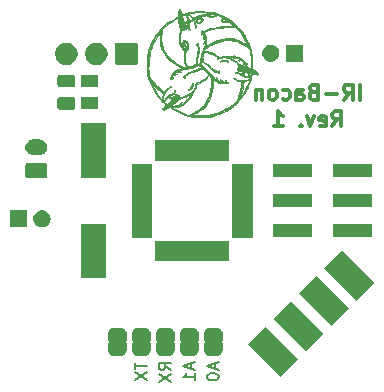
<source format=gbr>
G04 #@! TF.GenerationSoftware,KiCad,Pcbnew,5.0.2+dfsg1-1~bpo9+1*
G04 #@! TF.CreationDate,2019-05-22T13:48:08+02:00*
G04 #@! TF.ProjectId,MainDisk,4d61696e-4469-4736-9b2e-6b696361645f,rev?*
G04 #@! TF.SameCoordinates,Original*
G04 #@! TF.FileFunction,Soldermask,Bot*
G04 #@! TF.FilePolarity,Negative*
%FSLAX46Y46*%
G04 Gerber Fmt 4.6, Leading zero omitted, Abs format (unit mm)*
G04 Created by KiCad (PCBNEW 5.0.2+dfsg1-1~bpo9+1) date Wed 22 May 2019 13:48:08 CEST*
%MOMM*%
%LPD*%
G01*
G04 APERTURE LIST*
%ADD10C,0.180000*%
%ADD11C,0.300000*%
%ADD12C,0.010000*%
%ADD13C,0.100000*%
G04 APERTURE END LIST*
D10*
X152312666Y-83613714D02*
X152312666Y-84089904D01*
X152598380Y-83518476D02*
X151598380Y-83851809D01*
X152598380Y-84185142D01*
X152598380Y-85042285D02*
X152598380Y-84470857D01*
X152598380Y-84756571D02*
X151598380Y-84756571D01*
X151741238Y-84661333D01*
X151836476Y-84566095D01*
X151884095Y-84470857D01*
X154344666Y-83613714D02*
X154344666Y-84089904D01*
X154630380Y-83518476D02*
X153630380Y-83851809D01*
X154630380Y-84185142D01*
X153630380Y-84708952D02*
X153630380Y-84804190D01*
X153678000Y-84899428D01*
X153725619Y-84947047D01*
X153820857Y-84994666D01*
X154011333Y-85042285D01*
X154249428Y-85042285D01*
X154439904Y-84994666D01*
X154535142Y-84947047D01*
X154582761Y-84899428D01*
X154630380Y-84804190D01*
X154630380Y-84708952D01*
X154582761Y-84613714D01*
X154535142Y-84566095D01*
X154439904Y-84518476D01*
X154249428Y-84470857D01*
X154011333Y-84470857D01*
X153820857Y-84518476D01*
X153725619Y-84566095D01*
X153678000Y-84613714D01*
X153630380Y-84708952D01*
X147534380Y-83566095D02*
X147534380Y-84137523D01*
X148534380Y-83851809D02*
X147534380Y-83851809D01*
X147534380Y-84375619D02*
X148534380Y-85042285D01*
X147534380Y-85042285D02*
X148534380Y-84375619D01*
X150566380Y-84161333D02*
X150090190Y-83828000D01*
X150566380Y-83589904D02*
X149566380Y-83589904D01*
X149566380Y-83970857D01*
X149614000Y-84066095D01*
X149661619Y-84113714D01*
X149756857Y-84161333D01*
X149899714Y-84161333D01*
X149994952Y-84113714D01*
X150042571Y-84066095D01*
X150090190Y-83970857D01*
X150090190Y-83589904D01*
X149566380Y-84494666D02*
X150566380Y-85161333D01*
X149566380Y-85161333D02*
X150566380Y-84494666D01*
D11*
X166605190Y-61312095D02*
X166605190Y-60012095D01*
X165243285Y-61312095D02*
X165676619Y-60693047D01*
X165986142Y-61312095D02*
X165986142Y-60012095D01*
X165490904Y-60012095D01*
X165367095Y-60074000D01*
X165305190Y-60135904D01*
X165243285Y-60259714D01*
X165243285Y-60445428D01*
X165305190Y-60569238D01*
X165367095Y-60631142D01*
X165490904Y-60693047D01*
X165986142Y-60693047D01*
X164686142Y-60816857D02*
X163695666Y-60816857D01*
X162643285Y-60631142D02*
X162457571Y-60693047D01*
X162395666Y-60754952D01*
X162333761Y-60878761D01*
X162333761Y-61064476D01*
X162395666Y-61188285D01*
X162457571Y-61250190D01*
X162581380Y-61312095D01*
X163076619Y-61312095D01*
X163076619Y-60012095D01*
X162643285Y-60012095D01*
X162519476Y-60074000D01*
X162457571Y-60135904D01*
X162395666Y-60259714D01*
X162395666Y-60383523D01*
X162457571Y-60507333D01*
X162519476Y-60569238D01*
X162643285Y-60631142D01*
X163076619Y-60631142D01*
X161219476Y-61312095D02*
X161219476Y-60631142D01*
X161281380Y-60507333D01*
X161405190Y-60445428D01*
X161652809Y-60445428D01*
X161776619Y-60507333D01*
X161219476Y-61250190D02*
X161343285Y-61312095D01*
X161652809Y-61312095D01*
X161776619Y-61250190D01*
X161838523Y-61126380D01*
X161838523Y-61002571D01*
X161776619Y-60878761D01*
X161652809Y-60816857D01*
X161343285Y-60816857D01*
X161219476Y-60754952D01*
X160043285Y-61250190D02*
X160167095Y-61312095D01*
X160414714Y-61312095D01*
X160538523Y-61250190D01*
X160600428Y-61188285D01*
X160662333Y-61064476D01*
X160662333Y-60693047D01*
X160600428Y-60569238D01*
X160538523Y-60507333D01*
X160414714Y-60445428D01*
X160167095Y-60445428D01*
X160043285Y-60507333D01*
X159300428Y-61312095D02*
X159424238Y-61250190D01*
X159486142Y-61188285D01*
X159548047Y-61064476D01*
X159548047Y-60693047D01*
X159486142Y-60569238D01*
X159424238Y-60507333D01*
X159300428Y-60445428D01*
X159114714Y-60445428D01*
X158990904Y-60507333D01*
X158929000Y-60569238D01*
X158867095Y-60693047D01*
X158867095Y-61064476D01*
X158929000Y-61188285D01*
X158990904Y-61250190D01*
X159114714Y-61312095D01*
X159300428Y-61312095D01*
X158309952Y-60445428D02*
X158309952Y-61312095D01*
X158309952Y-60569238D02*
X158248047Y-60507333D01*
X158124238Y-60445428D01*
X157938523Y-60445428D01*
X157814714Y-60507333D01*
X157752809Y-60631142D01*
X157752809Y-61312095D01*
X164252809Y-63562095D02*
X164686142Y-62943047D01*
X164995666Y-63562095D02*
X164995666Y-62262095D01*
X164500428Y-62262095D01*
X164376619Y-62324000D01*
X164314714Y-62385904D01*
X164252809Y-62509714D01*
X164252809Y-62695428D01*
X164314714Y-62819238D01*
X164376619Y-62881142D01*
X164500428Y-62943047D01*
X164995666Y-62943047D01*
X163200428Y-63500190D02*
X163324238Y-63562095D01*
X163571857Y-63562095D01*
X163695666Y-63500190D01*
X163757571Y-63376380D01*
X163757571Y-62881142D01*
X163695666Y-62757333D01*
X163571857Y-62695428D01*
X163324238Y-62695428D01*
X163200428Y-62757333D01*
X163138523Y-62881142D01*
X163138523Y-63004952D01*
X163757571Y-63128761D01*
X162705190Y-62695428D02*
X162395666Y-63562095D01*
X162086142Y-62695428D01*
X161590904Y-63438285D02*
X161529000Y-63500190D01*
X161590904Y-63562095D01*
X161652809Y-63500190D01*
X161590904Y-63438285D01*
X161590904Y-63562095D01*
X159300428Y-63562095D02*
X160043285Y-63562095D01*
X159671857Y-63562095D02*
X159671857Y-62262095D01*
X159795666Y-62447809D01*
X159919476Y-62571619D01*
X160043285Y-62633523D01*
D12*
G04 #@! TO.C,SYM1*
G36*
X153444466Y-62764303D02*
X153635885Y-62755926D01*
X153797722Y-62742940D01*
X153918796Y-62725347D01*
X153952222Y-62717331D01*
X154287090Y-62615740D01*
X154600934Y-62508284D01*
X154884428Y-62398513D01*
X155128247Y-62289982D01*
X155278667Y-62211983D01*
X155384986Y-62152871D01*
X155489249Y-62095959D01*
X155555719Y-62060509D01*
X155629995Y-62015698D01*
X155728763Y-61948211D01*
X155832912Y-61871214D01*
X155852052Y-61856344D01*
X155949753Y-61780968D01*
X156039921Y-61713519D01*
X156106227Y-61666162D01*
X156116815Y-61659112D01*
X156180652Y-61604220D01*
X156221024Y-61548172D01*
X156247615Y-61504324D01*
X156301699Y-61425523D01*
X156376337Y-61321542D01*
X156464589Y-61202154D01*
X156501797Y-61152737D01*
X156614043Y-60998060D01*
X156733527Y-60822803D01*
X156846062Y-60648355D01*
X156937460Y-60496108D01*
X156938467Y-60494333D01*
X157007572Y-60363842D01*
X157081188Y-60210285D01*
X157155095Y-60044168D01*
X157225070Y-59875999D01*
X157286892Y-59716282D01*
X157336340Y-59575525D01*
X157369190Y-59464234D01*
X157381221Y-59392914D01*
X157381222Y-59392505D01*
X157387700Y-59328006D01*
X157403919Y-59246469D01*
X157425057Y-59166295D01*
X157446293Y-59105883D01*
X157462184Y-59083557D01*
X157497181Y-59090526D01*
X157568926Y-59108168D01*
X157635222Y-59125555D01*
X157774282Y-59158235D01*
X157867928Y-59167941D01*
X157922540Y-59154145D01*
X157944495Y-59116319D01*
X157945667Y-59099842D01*
X157928078Y-59040298D01*
X157872204Y-58972922D01*
X157773382Y-58893295D01*
X157626949Y-58796997D01*
X157624734Y-58795630D01*
X157473904Y-58702596D01*
X157457277Y-58123853D01*
X157448754Y-57885018D01*
X157437502Y-57688281D01*
X157422187Y-57519314D01*
X157401477Y-57363790D01*
X157374038Y-57207379D01*
X157370123Y-57187328D01*
X157341420Y-57047849D01*
X157313961Y-56925287D01*
X157290684Y-56832060D01*
X157274524Y-56780590D01*
X157273356Y-56778106D01*
X157250132Y-56728083D01*
X157212717Y-56642852D01*
X157168527Y-56539350D01*
X157160868Y-56521141D01*
X157116413Y-56424150D01*
X157050813Y-56292472D01*
X156971342Y-56140189D01*
X156885278Y-55981380D01*
X156839973Y-55900252D01*
X156745848Y-55736339D01*
X156667513Y-55608731D01*
X156594699Y-55503667D01*
X156517135Y-55407385D01*
X156424551Y-55306121D01*
X156308106Y-55187546D01*
X155906306Y-54818023D01*
X155491762Y-54501548D01*
X155060375Y-54235388D01*
X154608048Y-54016812D01*
X154465897Y-53959430D01*
X154366727Y-53924924D01*
X154285340Y-53903452D01*
X154238147Y-53899273D01*
X154236216Y-53899859D01*
X154195689Y-53901452D01*
X154110640Y-53895791D01*
X153992379Y-53883906D01*
X153852219Y-53866828D01*
X153807209Y-53860793D01*
X153540105Y-53831310D01*
X153263506Y-53813484D01*
X152993176Y-53807626D01*
X152744881Y-53814046D01*
X152534385Y-53833057D01*
X152518295Y-53835329D01*
X152319634Y-53866722D01*
X152138028Y-53899910D01*
X151983200Y-53932823D01*
X151864877Y-53963392D01*
X151792782Y-53989547D01*
X151792247Y-53989820D01*
X151754571Y-54004681D01*
X152077300Y-54004681D01*
X152110758Y-53988259D01*
X152184721Y-53971285D01*
X152304802Y-53950391D01*
X152417903Y-53931858D01*
X152519246Y-53919946D01*
X152653408Y-53910911D01*
X152810439Y-53904715D01*
X152980392Y-53901318D01*
X153153316Y-53900679D01*
X153319262Y-53902760D01*
X153468283Y-53907521D01*
X153590428Y-53914922D01*
X153675750Y-53924924D01*
X153713867Y-53937023D01*
X153705591Y-53957771D01*
X153641670Y-53980219D01*
X153550703Y-53999255D01*
X153426058Y-54025705D01*
X153277428Y-54063495D01*
X153119469Y-54108210D01*
X153076228Y-54121589D01*
X153698867Y-54121589D01*
X153839656Y-54102519D01*
X153926656Y-54089643D01*
X153990890Y-54078162D01*
X154008667Y-54073786D01*
X154071117Y-54064963D01*
X154161811Y-54064646D01*
X154253359Y-54071800D01*
X154318372Y-54085391D01*
X154318662Y-54085504D01*
X154348562Y-54101833D01*
X154335535Y-54117251D01*
X154276328Y-54138377D01*
X154128046Y-54174531D01*
X153984191Y-54190944D01*
X153861008Y-54186778D01*
X153779778Y-54163983D01*
X153698867Y-54121589D01*
X153076228Y-54121589D01*
X152966842Y-54155433D01*
X152834203Y-54200751D01*
X152736211Y-54239747D01*
X152710445Y-54252345D01*
X152621666Y-54294896D01*
X152541111Y-54326985D01*
X152484871Y-54340784D01*
X152442241Y-54328781D01*
X152392631Y-54282750D01*
X152371778Y-54259329D01*
X152293786Y-54183483D01*
X152198392Y-54107736D01*
X152163815Y-54084319D01*
X152109442Y-54049343D01*
X152078733Y-54023919D01*
X152077300Y-54004681D01*
X151754571Y-54004681D01*
X151713254Y-54020978D01*
X151621840Y-54045149D01*
X151619696Y-54045557D01*
X151518675Y-54064508D01*
X151451152Y-53845655D01*
X151416381Y-53742756D01*
X151383804Y-53663195D01*
X151359167Y-53620556D01*
X151354451Y-53617076D01*
X151310521Y-53624220D01*
X151275033Y-53644087D01*
X151248319Y-53688676D01*
X151222248Y-53773452D01*
X151199604Y-53882195D01*
X151183170Y-53998690D01*
X151175731Y-54106717D01*
X151179893Y-54186671D01*
X151539222Y-54186671D01*
X151563851Y-54161289D01*
X151625568Y-54132022D01*
X151706116Y-54106081D01*
X151780288Y-54091455D01*
X151798830Y-54106413D01*
X151931979Y-54106413D01*
X151955878Y-54093005D01*
X152018156Y-54111040D01*
X152055184Y-54126076D01*
X152122555Y-54165521D01*
X152201926Y-54227602D01*
X152280248Y-54299864D01*
X152344469Y-54369853D01*
X152381541Y-54425115D01*
X152385889Y-54441685D01*
X152362955Y-54479196D01*
X152306943Y-54525375D01*
X152237042Y-54567575D01*
X152172437Y-54593148D01*
X152151967Y-54595889D01*
X152114031Y-54569908D01*
X152088296Y-54504167D01*
X152064680Y-54429065D01*
X152024018Y-54329214D01*
X151986869Y-54250167D01*
X151943346Y-54156917D01*
X151931979Y-54106413D01*
X151798830Y-54106413D01*
X151806938Y-54112953D01*
X151847601Y-54172593D01*
X151889723Y-54250167D01*
X151952267Y-54381630D01*
X151988338Y-54473046D01*
X151999227Y-54533511D01*
X151986227Y-54572123D01*
X151950629Y-54597978D01*
X151939800Y-54602897D01*
X151858348Y-54644048D01*
X151788148Y-54686746D01*
X151727632Y-54716653D01*
X151695103Y-54709844D01*
X151678185Y-54668561D01*
X151651563Y-54589290D01*
X151620009Y-54488047D01*
X151588296Y-54380853D01*
X151561197Y-54283723D01*
X151543484Y-54212677D01*
X151539222Y-54186671D01*
X151179893Y-54186671D01*
X151180070Y-54190059D01*
X151180708Y-54193617D01*
X151173636Y-54250972D01*
X151119736Y-54294017D01*
X151119011Y-54294386D01*
X150727532Y-54510197D01*
X150364632Y-54744806D01*
X150037568Y-54992785D01*
X149753596Y-55248705D01*
X149554728Y-55464576D01*
X149461999Y-55585262D01*
X149355813Y-55738983D01*
X149242474Y-55915004D01*
X149128290Y-56102587D01*
X149019566Y-56290997D01*
X148922609Y-56469495D01*
X148843723Y-56627347D01*
X148789215Y-56753814D01*
X148777077Y-56788632D01*
X148732892Y-56942518D01*
X148685176Y-57132955D01*
X148638346Y-57340611D01*
X148596819Y-57546157D01*
X148571987Y-57686222D01*
X148555347Y-57821131D01*
X148542236Y-57993023D01*
X148532893Y-58188283D01*
X148527554Y-58393298D01*
X148526518Y-58583283D01*
X148686464Y-58583283D01*
X148692721Y-58296579D01*
X148714851Y-57995377D01*
X148752969Y-57687645D01*
X148788865Y-57474555D01*
X148836192Y-57240543D01*
X148886726Y-57034507D01*
X148944900Y-56846364D01*
X149015150Y-56666031D01*
X149101909Y-56483426D01*
X149209612Y-56288465D01*
X149342691Y-56071066D01*
X149505582Y-55821145D01*
X149536078Y-55775415D01*
X149606000Y-55670830D01*
X149623248Y-56085859D01*
X149624818Y-56115726D01*
X149765300Y-56115726D01*
X149771254Y-56070048D01*
X149771379Y-56069842D01*
X149777176Y-56034469D01*
X149782998Y-55953919D01*
X149788233Y-55839455D01*
X149792270Y-55702341D01*
X149792865Y-55673977D01*
X149800163Y-55301068D01*
X150027637Y-55116880D01*
X150249793Y-54940380D01*
X150439170Y-54797692D01*
X150603494Y-54683321D01*
X150750494Y-54591774D01*
X150824014Y-54550634D01*
X150924852Y-54495384D01*
X151012112Y-54445669D01*
X151068690Y-54411259D01*
X151072780Y-54408502D01*
X151128405Y-54377234D01*
X151165277Y-54379866D01*
X151188754Y-54422872D01*
X151204194Y-54512725D01*
X151210352Y-54574722D01*
X151225312Y-54696572D01*
X151249852Y-54847531D01*
X151279648Y-55002006D01*
X151292638Y-55061555D01*
X151322043Y-55197594D01*
X151338304Y-55299555D01*
X151342636Y-55387952D01*
X151336249Y-55483296D01*
X151323501Y-55583667D01*
X151310028Y-55709891D01*
X151298708Y-55870864D01*
X151290812Y-56044897D01*
X151287690Y-56193988D01*
X151287680Y-56209416D01*
X151373385Y-56209416D01*
X151377834Y-55978840D01*
X151397559Y-55733565D01*
X151397935Y-55730179D01*
X151414666Y-55590470D01*
X151429236Y-55498805D01*
X151443784Y-55446949D01*
X151460447Y-55426666D01*
X151476507Y-55427548D01*
X151533497Y-55429362D01*
X151621569Y-55411896D01*
X151721281Y-55381043D01*
X151813195Y-55342696D01*
X151871882Y-55307676D01*
X151936430Y-55257287D01*
X151853084Y-55074755D01*
X151769739Y-54892222D01*
X151844981Y-54830654D01*
X151902350Y-54790811D01*
X151962149Y-54759062D01*
X152006540Y-54743818D01*
X152019000Y-54748570D01*
X152014313Y-54777341D01*
X152002206Y-54845119D01*
X151990044Y-54911494D01*
X151977077Y-55058751D01*
X152002376Y-55176659D01*
X152069612Y-55280471D01*
X152082244Y-55294389D01*
X152144272Y-55347175D01*
X152180962Y-55354426D01*
X152187237Y-55323288D01*
X152158022Y-55260909D01*
X152131889Y-55224479D01*
X152097555Y-55152279D01*
X152079952Y-55054796D01*
X152077750Y-54946156D01*
X152089620Y-54840488D01*
X152114229Y-54751919D01*
X152150249Y-54694578D01*
X152183109Y-54680555D01*
X152235462Y-54665373D01*
X152308547Y-54627309D01*
X152335507Y-54610000D01*
X152400510Y-54567400D01*
X152443292Y-54542292D01*
X152450661Y-54539444D01*
X152471094Y-54564235D01*
X152500079Y-54628467D01*
X152532055Y-54716928D01*
X152561463Y-54814407D01*
X152580759Y-54895359D01*
X152594572Y-55002439D01*
X152596335Y-55106061D01*
X152592725Y-55142303D01*
X152590744Y-55218059D01*
X152610732Y-55245631D01*
X152643455Y-55222076D01*
X152671464Y-55167389D01*
X152682870Y-55092506D01*
X152678986Y-54982992D01*
X152662474Y-54857728D01*
X152635992Y-54735599D01*
X152602202Y-54635487D01*
X152594136Y-54618457D01*
X152566312Y-54556887D01*
X152555222Y-54518854D01*
X152580208Y-54492695D01*
X152647921Y-54453566D01*
X152747494Y-54406208D01*
X152868061Y-54355359D01*
X152998754Y-54305762D01*
X153128706Y-54262157D01*
X153176111Y-54248007D01*
X153332063Y-54203783D01*
X153444318Y-54174476D01*
X153523420Y-54159388D01*
X153579915Y-54157821D01*
X153624346Y-54169075D01*
X153667259Y-54192453D01*
X153698717Y-54213403D01*
X153784806Y-54258537D01*
X153870509Y-54283515D01*
X153892661Y-54285281D01*
X154017647Y-54277318D01*
X154149980Y-54256549D01*
X154271183Y-54227009D01*
X154362781Y-54192732D01*
X154389515Y-54176765D01*
X154442035Y-54144320D01*
X154491603Y-54139715D01*
X154565014Y-54160684D01*
X154567853Y-54161680D01*
X154656647Y-54198409D01*
X154762080Y-54249480D01*
X154814768Y-54277771D01*
X154904039Y-54333110D01*
X154949791Y-54373381D01*
X154948900Y-54395291D01*
X154929135Y-54398333D01*
X154897578Y-54419597D01*
X154856718Y-54470737D01*
X154856631Y-54470869D01*
X154826121Y-54527554D01*
X154828287Y-54550626D01*
X154925889Y-54550626D01*
X154947630Y-54506789D01*
X154997306Y-54465985D01*
X155051594Y-54443972D01*
X155078655Y-54447408D01*
X155119314Y-54472544D01*
X155188064Y-54515573D01*
X155228544Y-54541039D01*
X155293107Y-54586996D01*
X155328026Y-54622477D01*
X155329673Y-54634253D01*
X155285877Y-54648401D01*
X155207973Y-54652106D01*
X155117137Y-54646302D01*
X155034546Y-54631926D01*
X154997772Y-54619581D01*
X154945130Y-54583981D01*
X154925889Y-54550626D01*
X154828287Y-54550626D01*
X154830225Y-54571269D01*
X154852386Y-54609462D01*
X154932887Y-54681129D01*
X155059546Y-54722046D01*
X155230949Y-54731847D01*
X155306423Y-54727429D01*
X155508205Y-54710373D01*
X155897621Y-55033333D01*
X155644588Y-55039211D01*
X155266997Y-55055434D01*
X154900126Y-55085583D01*
X154551372Y-55128394D01*
X154228134Y-55182600D01*
X153937807Y-55246938D01*
X153687790Y-55320142D01*
X153485478Y-55400947D01*
X153462109Y-55412427D01*
X153369678Y-55456753D01*
X153313089Y-55475797D01*
X153279240Y-55472389D01*
X153260253Y-55456034D01*
X153222667Y-55427159D01*
X153194331Y-55446498D01*
X153172642Y-55517283D01*
X153163138Y-55575589D01*
X153345445Y-55575589D01*
X153369098Y-55559026D01*
X153431620Y-55526032D01*
X153520352Y-55483224D01*
X153536744Y-55475625D01*
X153784763Y-55380049D01*
X154080639Y-55298497D01*
X154417267Y-55232134D01*
X154787542Y-55182129D01*
X155184360Y-55149647D01*
X155600617Y-55135855D01*
X155606246Y-55135802D01*
X156018492Y-55132111D01*
X156167080Y-55280278D01*
X156336851Y-55463515D01*
X156488449Y-55659478D01*
X156634180Y-55884877D01*
X156712772Y-56021136D01*
X156784554Y-56153069D01*
X156852980Y-56284770D01*
X156913640Y-56407020D01*
X156962125Y-56510599D01*
X156994025Y-56586286D01*
X157004933Y-56624861D01*
X157002940Y-56627889D01*
X156975785Y-56614425D01*
X156910636Y-56577998D01*
X156817973Y-56524557D01*
X156733344Y-56474892D01*
X156587963Y-56394065D01*
X156423106Y-56310204D01*
X156266872Y-56237386D01*
X156215215Y-56215375D01*
X155956000Y-56108855D01*
X155476222Y-56109079D01*
X155299835Y-56109521D01*
X155166403Y-56111818D01*
X155062436Y-56117710D01*
X154974446Y-56128935D01*
X154888943Y-56147234D01*
X154792437Y-56174345D01*
X154671440Y-56212008D01*
X154666920Y-56213437D01*
X154517804Y-56265232D01*
X154349232Y-56331387D01*
X154173196Y-56406408D01*
X154001691Y-56484803D01*
X153846711Y-56561077D01*
X153720251Y-56629738D01*
X153634305Y-56685293D01*
X153630916Y-56687918D01*
X153567096Y-56731271D01*
X153537437Y-56731331D01*
X153539300Y-56685785D01*
X153558363Y-56624341D01*
X153590311Y-56476495D01*
X153597583Y-56298499D01*
X153580661Y-56110726D01*
X153542153Y-55940345D01*
X153508076Y-55843641D01*
X153473992Y-55768986D01*
X153447495Y-55732761D01*
X153410319Y-55695428D01*
X153370918Y-55637261D01*
X153346973Y-55585493D01*
X153345445Y-55575589D01*
X153163138Y-55575589D01*
X153162966Y-55576643D01*
X153149944Y-55676417D01*
X153145829Y-55733615D01*
X153151268Y-55761493D01*
X153166911Y-55773313D01*
X153172691Y-55775378D01*
X153198239Y-55757958D01*
X153223067Y-55702580D01*
X153226214Y-55691417D01*
X153250701Y-55597778D01*
X153289753Y-55668333D01*
X153314821Y-55744996D01*
X153327313Y-55847912D01*
X153327143Y-55956271D01*
X153314224Y-56049262D01*
X153291564Y-56102689D01*
X153267415Y-56151609D01*
X153287498Y-56174336D01*
X153328536Y-56167201D01*
X153362320Y-56131879D01*
X153395886Y-56063108D01*
X153404831Y-56036532D01*
X153430108Y-55963800D01*
X153449567Y-55941716D01*
X153466259Y-55972030D01*
X153483232Y-56056490D01*
X153487524Y-56083936D01*
X153495805Y-56158429D01*
X153489671Y-56216626D01*
X153463206Y-56277773D01*
X153410494Y-56361120D01*
X153395515Y-56383275D01*
X153331348Y-56487179D01*
X153306233Y-56552836D01*
X153311839Y-56577350D01*
X153345042Y-56576199D01*
X153398554Y-56524928D01*
X153431351Y-56482893D01*
X153522205Y-56359778D01*
X153505832Y-56467599D01*
X153485723Y-56542496D01*
X153446385Y-56648275D01*
X153395096Y-56765985D01*
X153375781Y-56806266D01*
X153322233Y-56932898D01*
X153263860Y-57100941D01*
X153233354Y-57201447D01*
X153345445Y-57201447D01*
X153364398Y-57158861D01*
X153413517Y-57091818D01*
X153481187Y-57013813D01*
X153555793Y-56938343D01*
X153618042Y-56884680D01*
X153766844Y-56785206D01*
X153958028Y-56679875D01*
X154178713Y-56574318D01*
X154416018Y-56474170D01*
X154657062Y-56385062D01*
X154888966Y-56312627D01*
X154982333Y-56288090D01*
X155046165Y-56279875D01*
X155153038Y-56274095D01*
X155289586Y-56271163D01*
X155442441Y-56271495D01*
X155490333Y-56272311D01*
X155658971Y-56276822D01*
X155786178Y-56283737D01*
X155886966Y-56295201D01*
X155976348Y-56313358D01*
X156069336Y-56340353D01*
X156145139Y-56365837D01*
X156271555Y-56416665D01*
X156427498Y-56489853D01*
X156597716Y-56577184D01*
X156766953Y-56670441D01*
X156919958Y-56761405D01*
X157041476Y-56841861D01*
X157074053Y-56866258D01*
X157140585Y-56915986D01*
X157194485Y-56952444D01*
X157229239Y-57000925D01*
X157262508Y-57099584D01*
X157293333Y-57242159D01*
X157320758Y-57422386D01*
X157343823Y-57634002D01*
X157361572Y-57870744D01*
X157372801Y-58118432D01*
X157389898Y-58663531D01*
X157237394Y-58587998D01*
X157127675Y-58520671D01*
X157043328Y-58444244D01*
X157023505Y-58418074D01*
X156985913Y-58357116D01*
X156978748Y-58326976D01*
X157000994Y-58311596D01*
X157016450Y-58306439D01*
X157054583Y-58278752D01*
X157071923Y-58239766D01*
X157061462Y-58211609D01*
X157047515Y-58208333D01*
X157014102Y-58192017D01*
X156949535Y-58149351D01*
X156866319Y-58089760D01*
X156776959Y-58022669D01*
X156693962Y-57957503D01*
X156629833Y-57903687D01*
X156597076Y-57870646D01*
X156595487Y-57867659D01*
X156562432Y-57836225D01*
X156490457Y-57795035D01*
X156394724Y-57750496D01*
X156290394Y-57709014D01*
X156192626Y-57676997D01*
X156116583Y-57660852D01*
X156104256Y-57660066D01*
X156030770Y-57651651D01*
X156000841Y-57626587D01*
X155998423Y-57610277D01*
X155984202Y-57558415D01*
X155938880Y-57547093D01*
X155858062Y-57575637D01*
X155837915Y-57585727D01*
X155785647Y-57609896D01*
X155733246Y-57624392D01*
X155667328Y-57630213D01*
X155574507Y-57628357D01*
X155441398Y-57619822D01*
X155410968Y-57617566D01*
X155278495Y-57608710D01*
X155163778Y-57603015D01*
X155080326Y-57601030D01*
X155044079Y-57602665D01*
X154991673Y-57612670D01*
X154904973Y-57629300D01*
X154826568Y-57644372D01*
X154656692Y-57677060D01*
X154503236Y-57573791D01*
X154327567Y-57465427D01*
X154143360Y-57369090D01*
X153959981Y-57288189D01*
X153786797Y-57226134D01*
X153633177Y-57186333D01*
X153508487Y-57172195D01*
X153430690Y-57183476D01*
X153372753Y-57201536D01*
X153345707Y-57202464D01*
X153345445Y-57201447D01*
X153233354Y-57201447D01*
X153204639Y-57296052D01*
X153148550Y-57503890D01*
X153099570Y-57710112D01*
X153061680Y-57900375D01*
X153047456Y-57989826D01*
X153020968Y-58095809D01*
X152969566Y-58171692D01*
X152943544Y-58195604D01*
X152881826Y-58238752D01*
X152834396Y-58256843D01*
X152826836Y-58256042D01*
X152808696Y-58222081D01*
X152799918Y-58143712D01*
X152799765Y-58032063D01*
X152807497Y-57898260D01*
X152822376Y-57753428D01*
X152843663Y-57608696D01*
X152870621Y-57475188D01*
X152881516Y-57432222D01*
X152930120Y-57215085D01*
X152947354Y-57030607D01*
X152933763Y-56864891D01*
X152908015Y-56758524D01*
X152886690Y-56664491D01*
X152879982Y-56582141D01*
X152883158Y-56553913D01*
X152886111Y-56500444D01*
X152856472Y-56492091D01*
X152793730Y-56528878D01*
X152754867Y-56559906D01*
X152700194Y-56618161D01*
X152686724Y-56661012D01*
X152715204Y-56679978D01*
X152744456Y-56678026D01*
X152791357Y-56694614D01*
X152825775Y-56756997D01*
X152847254Y-56855824D01*
X152855340Y-56981741D01*
X152849577Y-57125396D01*
X152829511Y-57277437D01*
X152794686Y-57428512D01*
X152782862Y-57467400D01*
X152754269Y-57581474D01*
X152729612Y-57724770D01*
X152713395Y-57870069D01*
X152711421Y-57899339D01*
X152701964Y-58019159D01*
X152689279Y-58121362D01*
X152675541Y-58189928D01*
X152669961Y-58204877D01*
X152600807Y-58284470D01*
X152588933Y-58292214D01*
X153013639Y-58292214D01*
X153023230Y-58260990D01*
X153044872Y-58239621D01*
X153057218Y-58260876D01*
X153057429Y-58304935D01*
X153052051Y-58313579D01*
X153024909Y-58320155D01*
X153013639Y-58292214D01*
X152588933Y-58292214D01*
X152490941Y-58356117D01*
X152356078Y-58413297D01*
X152211933Y-58449485D01*
X152074220Y-58458161D01*
X152061790Y-58457297D01*
X151979599Y-58440463D01*
X151927973Y-58397585D01*
X151906883Y-58363555D01*
X151854670Y-58234490D01*
X151818921Y-58067045D01*
X151798761Y-57855563D01*
X151793222Y-57627625D01*
X151793742Y-57481742D01*
X151796289Y-57383105D01*
X151802342Y-57322516D01*
X151813384Y-57290779D01*
X151830894Y-57278696D01*
X151849667Y-57277000D01*
X151896069Y-57269055D01*
X151898490Y-57240849D01*
X151856617Y-57185824D01*
X151844747Y-57172986D01*
X151783383Y-57107667D01*
X151856810Y-57107667D01*
X151940762Y-57082297D01*
X152004575Y-57012350D01*
X152045125Y-56907065D01*
X152059290Y-56775682D01*
X152043946Y-56627442D01*
X152033852Y-56583846D01*
X151998878Y-56467606D01*
X151960565Y-56391254D01*
X151908221Y-56338715D01*
X151846068Y-56301472D01*
X151733864Y-56263336D01*
X151643241Y-56276682D01*
X151573504Y-56341976D01*
X151533345Y-56437389D01*
X151709175Y-56437389D01*
X151719568Y-56368616D01*
X151754189Y-56348749D01*
X151816311Y-56376796D01*
X151843693Y-56396620D01*
X151886679Y-56451671D01*
X151927023Y-56538825D01*
X151958907Y-56638898D01*
X151976509Y-56732703D01*
X151974011Y-56801056D01*
X151969633Y-56811796D01*
X151934380Y-56835028D01*
X151887127Y-56814899D01*
X151834724Y-56761254D01*
X151784017Y-56683937D01*
X151741854Y-56592791D01*
X151715085Y-56497661D01*
X151709175Y-56437389D01*
X151533345Y-56437389D01*
X151523961Y-56459682D01*
X151508491Y-56527600D01*
X151504243Y-56589707D01*
X151590481Y-56589707D01*
X151603461Y-56569430D01*
X151622605Y-56597955D01*
X151640531Y-56646151D01*
X151686088Y-56732406D01*
X151761491Y-56827754D01*
X151808418Y-56874719D01*
X151878317Y-56942056D01*
X151908938Y-56982873D01*
X151905381Y-57005524D01*
X151892614Y-57012559D01*
X151839806Y-57004577D01*
X151762564Y-56948308D01*
X151733880Y-56921393D01*
X151640844Y-56807196D01*
X151591622Y-56693026D01*
X151590481Y-56589707D01*
X151504243Y-56589707D01*
X151499438Y-56659942D01*
X151528677Y-56782361D01*
X151600926Y-56910541D01*
X151639205Y-56962184D01*
X151741588Y-57093555D01*
X151622660Y-56966555D01*
X151545588Y-56872657D01*
X151476825Y-56769505D01*
X151446713Y-56712555D01*
X151408323Y-56586315D01*
X151383714Y-56415255D01*
X151373385Y-56209416D01*
X151287680Y-56209416D01*
X151287584Y-56350325D01*
X151290864Y-56463859D01*
X151299287Y-56548206D01*
X151314607Y-56616985D01*
X151338582Y-56683813D01*
X151356117Y-56724727D01*
X151416387Y-56835371D01*
X151497632Y-56952925D01*
X151558278Y-57025367D01*
X151689545Y-57165701D01*
X151693964Y-57581184D01*
X151705483Y-57878665D01*
X151733182Y-58122323D01*
X151777132Y-58312433D01*
X151837404Y-58449268D01*
X151914068Y-58533102D01*
X151943034Y-58549208D01*
X151962470Y-58563104D01*
X151933515Y-58567401D01*
X151852748Y-58562472D01*
X151835556Y-58560923D01*
X151666918Y-58525101D01*
X151471909Y-58449087D01*
X151258348Y-58337597D01*
X151034058Y-58195350D01*
X150806858Y-58027061D01*
X150584570Y-57837448D01*
X150493190Y-57751260D01*
X150270195Y-57508011D01*
X150093253Y-57252892D01*
X149952128Y-56969858D01*
X149888498Y-56803463D01*
X149859537Y-56705313D01*
X149831150Y-56583048D01*
X149805434Y-56449814D01*
X149784488Y-56318752D01*
X149770410Y-56203008D01*
X149765300Y-56115726D01*
X149624818Y-56115726D01*
X149631923Y-56250785D01*
X149643610Y-56411909D01*
X149656922Y-56553001D01*
X149670474Y-56657831D01*
X149673639Y-56675956D01*
X149733877Y-56888453D01*
X149835944Y-57121889D01*
X149974655Y-57365964D01*
X150141557Y-57606083D01*
X150283800Y-57769935D01*
X150467935Y-57946343D01*
X150683473Y-58126822D01*
X150919928Y-58302887D01*
X151166815Y-58466052D01*
X151308192Y-58550035D01*
X151487316Y-58651848D01*
X151377642Y-58666559D01*
X151220436Y-58708616D01*
X151051915Y-58789214D01*
X150889940Y-58898578D01*
X150787490Y-58989551D01*
X150714634Y-59068151D01*
X150660978Y-59135869D01*
X150636616Y-59179762D01*
X150636111Y-59183666D01*
X150622909Y-59228818D01*
X150588550Y-59304731D01*
X150547686Y-59381869D01*
X150495951Y-59485395D01*
X150482460Y-59548279D01*
X150508807Y-59572804D01*
X150576587Y-59561258D01*
X150652264Y-59531749D01*
X150740680Y-59492726D01*
X150787764Y-59468728D01*
X150803805Y-59451948D01*
X150799092Y-59434578D01*
X150793160Y-59424845D01*
X150753114Y-59410280D01*
X150701754Y-59423757D01*
X150638252Y-59441785D01*
X150618936Y-59429808D01*
X150643955Y-59386307D01*
X150712878Y-59310352D01*
X150798099Y-59234946D01*
X150879619Y-59194386D01*
X150956192Y-59178237D01*
X151047385Y-59157775D01*
X151085889Y-59127927D01*
X151087667Y-59118084D01*
X151077392Y-59094209D01*
X151038413Y-59086022D01*
X150958496Y-59091512D01*
X150939500Y-59093715D01*
X150791333Y-59111480D01*
X150894497Y-59019057D01*
X150949247Y-58972524D01*
X150995881Y-58945798D01*
X151051921Y-58934432D01*
X151134889Y-58933981D01*
X151215435Y-58937631D01*
X151327283Y-58941436D01*
X151392236Y-58938050D01*
X151419529Y-58926233D01*
X151420524Y-58910092D01*
X151387101Y-58883449D01*
X151317763Y-58861509D01*
X151283031Y-58855666D01*
X151158222Y-58839776D01*
X151263149Y-58792166D01*
X151368111Y-58761286D01*
X151502320Y-58745634D01*
X151547728Y-58744555D01*
X151652797Y-58735583D01*
X151799031Y-58710657D01*
X151974423Y-58672770D01*
X152166969Y-58624912D01*
X152364660Y-58570073D01*
X152555493Y-58511243D01*
X152727460Y-58451412D01*
X152732986Y-58449338D01*
X152835135Y-58412623D01*
X152902941Y-58395509D01*
X152954248Y-58396091D01*
X153006902Y-58412462D01*
X153021671Y-58418508D01*
X153085439Y-58455577D01*
X153118415Y-58495114D01*
X153119667Y-58502494D01*
X153094562Y-58537943D01*
X153025977Y-58586313D01*
X152924004Y-58642751D01*
X152798737Y-58702406D01*
X152660270Y-58760427D01*
X152518695Y-58811962D01*
X152402044Y-58847424D01*
X152140992Y-58935735D01*
X151929560Y-59046690D01*
X151766519Y-59180190D01*
X151699737Y-59239184D01*
X151640001Y-59275375D01*
X151618353Y-59280778D01*
X151574925Y-59295853D01*
X151572848Y-59331209D01*
X151609256Y-59372043D01*
X151639328Y-59389137D01*
X151724167Y-59417831D01*
X151786100Y-59420908D01*
X151815828Y-59401239D01*
X151804051Y-59361696D01*
X151787952Y-59343240D01*
X151777303Y-59299010D01*
X151812964Y-59241953D01*
X151887587Y-59176768D01*
X151993827Y-59108152D01*
X152124336Y-59040803D01*
X152271769Y-58979416D01*
X152428780Y-58928691D01*
X152441810Y-58925160D01*
X152584830Y-58881108D01*
X152735937Y-58825213D01*
X152865947Y-58768413D01*
X152883653Y-58759556D01*
X153016524Y-58697672D01*
X153120157Y-58667414D01*
X153210521Y-58666610D01*
X153303589Y-58693092D01*
X153320831Y-58700153D01*
X153410686Y-58753578D01*
X153505602Y-58834483D01*
X153594126Y-58929800D01*
X153664807Y-59026464D01*
X153706192Y-59111407D01*
X153712333Y-59146842D01*
X153688534Y-59213065D01*
X153622110Y-59298966D01*
X153520525Y-59398203D01*
X153391243Y-59504430D01*
X153241725Y-59611304D01*
X153079437Y-59712479D01*
X152986479Y-59763903D01*
X152879002Y-59818687D01*
X152811192Y-59847529D01*
X152774107Y-59853176D01*
X152758805Y-59838377D01*
X152757764Y-59834210D01*
X152737880Y-59794638D01*
X152725247Y-59788778D01*
X152700077Y-59813365D01*
X152672890Y-59874001D01*
X152650578Y-59950997D01*
X152640036Y-60024666D01*
X152639889Y-60032575D01*
X152624880Y-60123051D01*
X152585529Y-60238669D01*
X152530351Y-60358677D01*
X152467861Y-60462320D01*
X152458208Y-60475401D01*
X152358639Y-60577647D01*
X152211914Y-60688521D01*
X152025669Y-60803101D01*
X151807542Y-60916462D01*
X151689573Y-60970854D01*
X151374258Y-61110489D01*
X151301486Y-61000524D01*
X151238559Y-60928382D01*
X151153496Y-60858712D01*
X151064579Y-60804180D01*
X150990088Y-60777451D01*
X150978204Y-60776555D01*
X150946937Y-60798201D01*
X150903354Y-60851861D01*
X150892401Y-60868278D01*
X150837162Y-60948787D01*
X150782419Y-61020348D01*
X150778913Y-61024524D01*
X150741617Y-61064084D01*
X150708295Y-61074140D01*
X150656953Y-61056629D01*
X150618684Y-61038635D01*
X150537019Y-60992806D01*
X150509842Y-60956356D01*
X150536969Y-60924629D01*
X150612985Y-60894587D01*
X150708162Y-60857439D01*
X150794089Y-60812210D01*
X150808564Y-60802556D01*
X150866363Y-60744397D01*
X150909047Y-60670655D01*
X150932836Y-60595514D01*
X150933952Y-60533157D01*
X150908617Y-60497765D01*
X150890688Y-60494333D01*
X150868066Y-60518580D01*
X150848556Y-60575456D01*
X150810132Y-60663423D01*
X150732663Y-60737434D01*
X150608998Y-60803396D01*
X150539373Y-60830929D01*
X150367524Y-60913492D01*
X150222084Y-61029166D01*
X150089969Y-61188750D01*
X150069436Y-61218717D01*
X150015226Y-61292969D01*
X149971851Y-61340307D01*
X149949491Y-61350528D01*
X149935328Y-61306485D01*
X149930682Y-61224219D01*
X149934802Y-61121011D01*
X149946936Y-61014140D01*
X149966332Y-60920887D01*
X149968501Y-60913443D01*
X150027423Y-60773539D01*
X150117013Y-60628126D01*
X150226567Y-60489727D01*
X150345379Y-60370868D01*
X150462744Y-60284073D01*
X150535569Y-60249985D01*
X150608022Y-60216262D01*
X150634128Y-60184249D01*
X150613551Y-60163353D01*
X150545954Y-60162982D01*
X150538648Y-60164097D01*
X150434681Y-60202113D01*
X150315583Y-60279964D01*
X150193839Y-60388259D01*
X150100392Y-60493698D01*
X150011243Y-60606257D01*
X149808622Y-60468172D01*
X149691700Y-60378996D01*
X149555194Y-60259677D01*
X149407982Y-60119556D01*
X149258941Y-59967972D01*
X149116949Y-59814266D01*
X148990884Y-59667775D01*
X148889624Y-59537841D01*
X148822046Y-59433804D01*
X148817784Y-59425768D01*
X148761737Y-59276732D01*
X148721089Y-59081328D01*
X148695959Y-58847522D01*
X148686464Y-58583283D01*
X148526518Y-58583283D01*
X148526457Y-58594453D01*
X148529839Y-58778135D01*
X148537938Y-58930729D01*
X148548637Y-59025395D01*
X148566727Y-59137245D01*
X148581756Y-59233903D01*
X148590748Y-59296183D01*
X148591239Y-59300095D01*
X148609883Y-59370270D01*
X148640252Y-59441206D01*
X148721648Y-59608090D01*
X148815044Y-59819206D01*
X148835220Y-59867723D01*
X148931393Y-59867723D01*
X148949212Y-59867479D01*
X148996039Y-59910132D01*
X149072203Y-59994109D01*
X149078127Y-60000903D01*
X149185640Y-60118016D01*
X149310718Y-60244815D01*
X149428451Y-60356153D01*
X149441956Y-60368214D01*
X149550194Y-60461243D01*
X149663922Y-60554520D01*
X149761962Y-60630764D01*
X149779534Y-60643689D01*
X149924846Y-60748949D01*
X149884079Y-60882697D01*
X149857600Y-60997125D01*
X149841488Y-61118701D01*
X149839786Y-61150517D01*
X149836379Y-61229947D01*
X149827437Y-61262249D01*
X149806505Y-61256730D01*
X149781079Y-61235184D01*
X149684948Y-61134696D01*
X149571949Y-60992942D01*
X149448790Y-60819942D01*
X149322181Y-60625714D01*
X149198832Y-60420277D01*
X149085452Y-60213649D01*
X149048694Y-60141555D01*
X148981463Y-60003189D01*
X148942253Y-59912436D01*
X148931393Y-59867723D01*
X148835220Y-59867723D01*
X148882780Y-59982085D01*
X149002162Y-60240415D01*
X149153383Y-60512501D01*
X149327662Y-60785695D01*
X149516219Y-61047348D01*
X149710272Y-61284811D01*
X149874333Y-61457351D01*
X150010129Y-61457351D01*
X150101576Y-61321564D01*
X150192781Y-61192485D01*
X150263309Y-61109269D01*
X150318502Y-61067685D01*
X150363699Y-61063505D01*
X150398471Y-61086427D01*
X150439950Y-61115487D01*
X150510008Y-61154513D01*
X150535372Y-61167217D01*
X150644624Y-61220358D01*
X150221028Y-61662174D01*
X150115578Y-61559762D01*
X150010129Y-61457351D01*
X149874333Y-61457351D01*
X149901040Y-61485438D01*
X149970966Y-61549493D01*
X150160995Y-61715652D01*
X150013263Y-61864943D01*
X150558075Y-61864943D01*
X150575539Y-61846862D01*
X150628497Y-61806899D01*
X150699186Y-61757985D01*
X150782798Y-61696559D01*
X150891329Y-61609258D01*
X151008858Y-61509171D01*
X151090478Y-61436207D01*
X151209287Y-61330857D01*
X151308593Y-61253831D01*
X151407920Y-61192677D01*
X151526793Y-61134941D01*
X151635975Y-61088276D01*
X151779033Y-61025746D01*
X151923302Y-60957399D01*
X152048691Y-60893003D01*
X152112942Y-60856439D01*
X152207889Y-60798546D01*
X152264195Y-60765937D01*
X152291863Y-60755264D01*
X152300896Y-60763181D01*
X152301299Y-60786341D01*
X152301222Y-60793455D01*
X152281833Y-60840221D01*
X152233586Y-60900835D01*
X152216556Y-60917667D01*
X152163459Y-60972046D01*
X152134001Y-61011497D01*
X152131889Y-61018232D01*
X152118674Y-61053089D01*
X152084921Y-61118454D01*
X152059171Y-61163792D01*
X152012164Y-61236352D01*
X151978738Y-61264952D01*
X151949597Y-61257234D01*
X151947518Y-61255564D01*
X151895707Y-61238045D01*
X151857200Y-61264201D01*
X151849667Y-61296098D01*
X151828686Y-61356802D01*
X151773580Y-61436855D01*
X151696104Y-61522724D01*
X151608012Y-61600879D01*
X151549122Y-61642057D01*
X151438613Y-61707140D01*
X151371964Y-61739726D01*
X151346932Y-61739885D01*
X151361273Y-61707684D01*
X151410076Y-61646302D01*
X151473666Y-61562723D01*
X151507914Y-61497689D01*
X151509027Y-61459904D01*
X151493980Y-61453889D01*
X151465989Y-61471391D01*
X151408799Y-61517320D01*
X151334680Y-61581812D01*
X151333176Y-61583163D01*
X151180486Y-61705260D01*
X151034256Y-61785774D01*
X150875615Y-61833560D01*
X150763437Y-61850561D01*
X150664925Y-61860325D01*
X150591676Y-61865558D01*
X150558528Y-61865220D01*
X150558075Y-61864943D01*
X150013263Y-61864943D01*
X149996819Y-61881560D01*
X149915562Y-61966577D01*
X149870149Y-62023656D01*
X149854506Y-62062655D01*
X149862555Y-62093433D01*
X149864404Y-62096401D01*
X149906180Y-62131172D01*
X149972060Y-62136590D01*
X150068422Y-62111511D01*
X150201645Y-62054792D01*
X150262640Y-62025016D01*
X150481782Y-61915332D01*
X150567955Y-61966857D01*
X150768082Y-61966857D01*
X150779893Y-61952413D01*
X150910857Y-61918199D01*
X150998227Y-61902102D01*
X151051602Y-61903353D01*
X151080580Y-61921185D01*
X151085062Y-61928010D01*
X151102972Y-61944126D01*
X151136474Y-61943476D01*
X151194736Y-61923160D01*
X151286927Y-61880281D01*
X151373651Y-61836768D01*
X151490537Y-61775027D01*
X151593484Y-61716576D01*
X151668650Y-61669488D01*
X151696263Y-61648606D01*
X151747779Y-61609140D01*
X151781050Y-61595000D01*
X151809686Y-61574909D01*
X151865392Y-61520809D01*
X151938993Y-61441960D01*
X151990778Y-61383333D01*
X152070289Y-61293713D01*
X152136814Y-61222895D01*
X152181480Y-61180096D01*
X152194499Y-61171667D01*
X152212109Y-61148251D01*
X152247346Y-61086482D01*
X152293798Y-60999076D01*
X152345051Y-60898746D01*
X152394694Y-60798211D01*
X152436313Y-60710184D01*
X152463497Y-60647381D01*
X152470556Y-60624277D01*
X152485060Y-60596747D01*
X152522790Y-60536557D01*
X152567252Y-60469204D01*
X152628805Y-60358940D01*
X152679914Y-60234952D01*
X152698856Y-60169529D01*
X152733764Y-60013545D01*
X152981455Y-59882948D01*
X153114419Y-59806107D01*
X153260031Y-59710892D01*
X153406574Y-59606125D01*
X153542332Y-59500628D01*
X153655588Y-59403225D01*
X153734626Y-59322737D01*
X153748151Y-59305634D01*
X153788836Y-59228996D01*
X153806811Y-59157487D01*
X153812112Y-59102653D01*
X153817593Y-59083242D01*
X153832978Y-59105861D01*
X153864563Y-59163210D01*
X153883114Y-59198948D01*
X153926634Y-59311993D01*
X153954645Y-59453998D01*
X153967795Y-59632042D01*
X153966725Y-59853205D01*
X153958494Y-60027054D01*
X153940357Y-60230750D01*
X153910991Y-60446526D01*
X153873220Y-60659522D01*
X153829870Y-60854880D01*
X153783765Y-61017739D01*
X153755516Y-61094726D01*
X153685281Y-61237267D01*
X153587534Y-61401547D01*
X153474381Y-61569100D01*
X153357927Y-61721460D01*
X153302180Y-61786245D01*
X153177002Y-61913743D01*
X153039787Y-62030289D01*
X152880374Y-62143025D01*
X152688599Y-62259091D01*
X152454299Y-62385629D01*
X152434780Y-62395714D01*
X152136498Y-62549429D01*
X152534757Y-62549429D01*
X152535073Y-62531576D01*
X152569241Y-62504328D01*
X152643819Y-62461440D01*
X152702846Y-62429768D01*
X152895403Y-62317363D01*
X153086937Y-62187395D01*
X153265480Y-62049272D01*
X153419063Y-61912404D01*
X153535719Y-61786200D01*
X153557249Y-61758052D01*
X153617861Y-61672240D01*
X153662711Y-61603952D01*
X153683548Y-61565866D01*
X153684111Y-61563154D01*
X153697401Y-61530047D01*
X153732217Y-61463156D01*
X153780250Y-61378300D01*
X153901010Y-61126854D01*
X153997458Y-60828720D01*
X154068470Y-60488674D01*
X154112921Y-60111489D01*
X154124614Y-59915778D01*
X154142381Y-59492444D01*
X154265803Y-59611703D01*
X154452752Y-59758147D01*
X154661492Y-59855560D01*
X154895975Y-59905216D01*
X155160152Y-59908393D01*
X155179889Y-59906905D01*
X155307779Y-59892849D01*
X155389356Y-59875495D01*
X155419694Y-59855914D01*
X155419778Y-59854801D01*
X155398310Y-59817638D01*
X155345065Y-59764989D01*
X155276785Y-59710215D01*
X155210210Y-59666675D01*
X155162081Y-59647730D01*
X155160232Y-59647667D01*
X155135999Y-59661245D01*
X155153316Y-59704215D01*
X155202667Y-59767611D01*
X155229082Y-59804760D01*
X155211347Y-59816307D01*
X155187710Y-59817000D01*
X155083879Y-59795852D01*
X154969682Y-59739909D01*
X154867394Y-59660426D01*
X154857109Y-59649978D01*
X154800934Y-59596217D01*
X154759425Y-59565656D01*
X154751275Y-59563000D01*
X154728468Y-59582385D01*
X154738724Y-59632374D01*
X154778370Y-59700717D01*
X154801398Y-59730168D01*
X154842941Y-59786499D01*
X154843935Y-59811920D01*
X154801340Y-59807850D01*
X154712114Y-59775712D01*
X154707738Y-59773947D01*
X154641009Y-59738193D01*
X154587996Y-59683995D01*
X154535113Y-59596123D01*
X154516667Y-59559754D01*
X154460439Y-59451666D01*
X154420216Y-59389615D01*
X154390971Y-59367258D01*
X154370415Y-59375289D01*
X154367701Y-59408844D01*
X154388756Y-59483968D01*
X154433205Y-59601072D01*
X154441236Y-59639296D01*
X154421483Y-59638842D01*
X154380456Y-59605867D01*
X154324667Y-59546526D01*
X154260625Y-59466973D01*
X154198910Y-59379555D01*
X154073914Y-59210869D01*
X153910643Y-59022483D01*
X153718701Y-58824593D01*
X153507690Y-58627394D01*
X153411859Y-58543965D01*
X153287191Y-58431474D01*
X153205843Y-58340705D01*
X153162960Y-58263966D01*
X153153686Y-58193568D01*
X153162762Y-58149489D01*
X153187534Y-58107452D01*
X153229224Y-58101409D01*
X153295552Y-58132936D01*
X153382026Y-58194222D01*
X153456878Y-58247937D01*
X153515494Y-58283813D01*
X153539207Y-58293000D01*
X153568987Y-58311605D01*
X153630265Y-58362412D01*
X153714431Y-58437912D01*
X153812873Y-58530595D01*
X153824498Y-58541800D01*
X154013217Y-58711034D01*
X154182831Y-58834044D01*
X154339876Y-58914890D01*
X154490893Y-58957631D01*
X154495500Y-58958383D01*
X154576545Y-58979872D01*
X154614076Y-59009214D01*
X154615445Y-59016274D01*
X154632583Y-59051220D01*
X154668341Y-59045736D01*
X154687132Y-59024947D01*
X154697489Y-58973300D01*
X154688713Y-58904173D01*
X154666705Y-58840024D01*
X154637368Y-58803309D01*
X154628277Y-58801000D01*
X154592494Y-58823790D01*
X154587222Y-58845576D01*
X154575552Y-58874398D01*
X154531340Y-58877604D01*
X154495500Y-58871388D01*
X154321819Y-58810457D01*
X154134731Y-58695819D01*
X153933660Y-58527106D01*
X153895778Y-58490811D01*
X153795421Y-58396468D01*
X153700748Y-58313717D01*
X153624033Y-58252953D01*
X153585333Y-58227894D01*
X153512480Y-58183091D01*
X153426328Y-58119249D01*
X153390406Y-58089382D01*
X153315220Y-58012122D01*
X153275800Y-57933552D01*
X153262033Y-57868110D01*
X153259901Y-57716068D01*
X153288794Y-57550277D01*
X153342962Y-57399810D01*
X153361537Y-57364963D01*
X153393675Y-57314433D01*
X153426147Y-57287582D01*
X153475962Y-57278390D01*
X153560132Y-57280838D01*
X153593504Y-57282872D01*
X153680050Y-57291950D01*
X153762346Y-57310842D01*
X153854369Y-57344477D01*
X153970102Y-57397784D01*
X154087393Y-57456999D01*
X154255145Y-57545120D01*
X154376755Y-57613572D01*
X154457387Y-57666213D01*
X154502208Y-57706900D01*
X154516382Y-57739492D01*
X154505074Y-57767847D01*
X154504509Y-57768536D01*
X154481235Y-57811797D01*
X154505690Y-57828387D01*
X154578409Y-57818264D01*
X154699929Y-57781386D01*
X154798889Y-57745492D01*
X154962405Y-57707252D01*
X155148546Y-57701147D01*
X155334234Y-57726187D01*
X155387421Y-57743628D01*
X155633418Y-57743628D01*
X155752376Y-57711555D01*
X155826651Y-57691266D01*
X155873504Y-57677968D01*
X155880291Y-57675797D01*
X155880448Y-57695024D01*
X155871938Y-57726650D01*
X155866632Y-57757131D01*
X155883880Y-57771135D01*
X155935536Y-57771913D01*
X156011757Y-57764972D01*
X156137715Y-57761247D01*
X156240417Y-57782912D01*
X156281165Y-57799386D01*
X156357064Y-57840489D01*
X156391365Y-57874031D01*
X156380061Y-57894368D01*
X156351111Y-57897889D01*
X156314284Y-57920671D01*
X156308778Y-57942703D01*
X156319531Y-57970754D01*
X156360979Y-57976652D01*
X156415147Y-57969546D01*
X156476549Y-57963840D01*
X156531293Y-57974660D01*
X156596091Y-58008284D01*
X156687655Y-58070989D01*
X156690313Y-58072899D01*
X156859111Y-58194222D01*
X156767389Y-58203066D01*
X156707297Y-58220914D01*
X156676035Y-58251173D01*
X156679911Y-58279860D01*
X156725229Y-58292992D01*
X156726831Y-58293000D01*
X156776953Y-58312560D01*
X156840376Y-58361480D01*
X156860887Y-58382020D01*
X156907000Y-58434994D01*
X156914024Y-58455010D01*
X156887333Y-58448877D01*
X156832802Y-58429818D01*
X156743182Y-58400809D01*
X156637484Y-58367997D01*
X156633333Y-58366736D01*
X156512091Y-58322042D01*
X156389683Y-58258648D01*
X156250794Y-58168039D01*
X156167667Y-58107855D01*
X156046383Y-58019290D01*
X155926797Y-57934391D01*
X155824472Y-57864081D01*
X155766487Y-57826290D01*
X155633418Y-57743628D01*
X155387421Y-57743628D01*
X155482441Y-57774786D01*
X155605256Y-57838338D01*
X155754285Y-57926622D01*
X155912233Y-58028413D01*
X156061803Y-58132487D01*
X156185702Y-58227619D01*
X156204543Y-58243440D01*
X156311974Y-58335333D01*
X156261852Y-58434111D01*
X156232177Y-58517068D01*
X156214690Y-58614951D01*
X156209754Y-58712041D01*
X156217730Y-58792618D01*
X156238978Y-58840962D01*
X156252333Y-58847932D01*
X156302749Y-58854242D01*
X156387436Y-58864053D01*
X156454118Y-58871496D01*
X156544866Y-58883449D01*
X156594574Y-58900081D01*
X156618439Y-58930911D01*
X156631075Y-58982333D01*
X156638071Y-59061390D01*
X156635624Y-59081440D01*
X156788556Y-59081440D01*
X156788556Y-58908927D01*
X156908500Y-58928775D01*
X156987253Y-58943751D01*
X157040821Y-58957490D01*
X157049611Y-58961143D01*
X157068424Y-58996663D01*
X157069501Y-59005623D01*
X157170478Y-59005623D01*
X157192684Y-59002511D01*
X157219044Y-59009016D01*
X157285950Y-59022919D01*
X157320203Y-59026392D01*
X157342616Y-59040941D01*
X157345563Y-59091301D01*
X157338114Y-59146722D01*
X157318588Y-59244420D01*
X157298396Y-59291245D01*
X157274145Y-59286288D01*
X157242439Y-59228640D01*
X157199885Y-59117392D01*
X157196882Y-59108906D01*
X157172801Y-59036928D01*
X157170478Y-59005623D01*
X157069501Y-59005623D01*
X157071398Y-59021388D01*
X157083009Y-59075090D01*
X157111536Y-59154395D01*
X157126462Y-59189055D01*
X157180907Y-59309000D01*
X157057124Y-59309000D01*
X156961325Y-59302621D01*
X156877187Y-59286771D01*
X156860948Y-59281476D01*
X156820779Y-59261379D01*
X156799046Y-59229774D01*
X156790168Y-59171239D01*
X156788556Y-59081440D01*
X156635624Y-59081440D01*
X156630622Y-59122421D01*
X156630295Y-59123298D01*
X156613020Y-59153247D01*
X156586522Y-59145532D01*
X156552115Y-59115939D01*
X156487160Y-59064275D01*
X156405808Y-59009186D01*
X156393445Y-59001624D01*
X156301308Y-58961724D01*
X156204213Y-58943561D01*
X156116501Y-58946573D01*
X156052516Y-58970196D01*
X156026598Y-59013868D01*
X156026556Y-59016020D01*
X156040657Y-59040562D01*
X156090699Y-59044068D01*
X156135684Y-59038217D01*
X156213894Y-59032748D01*
X156285594Y-59047799D01*
X156364561Y-59089273D01*
X156464573Y-59163073D01*
X156506333Y-59197000D01*
X156687743Y-59310944D01*
X156893161Y-59377524D01*
X157060029Y-59393667D01*
X157146291Y-59397821D01*
X157206743Y-59408474D01*
X157223226Y-59417401D01*
X157213193Y-59449352D01*
X157163903Y-59494579D01*
X157088011Y-59544197D01*
X156998172Y-59589319D01*
X156953288Y-59606957D01*
X156817790Y-59637067D01*
X156650603Y-59648348D01*
X156473054Y-59641349D01*
X156306468Y-59616618D01*
X156204003Y-59587671D01*
X156105762Y-59546488D01*
X156022080Y-59502584D01*
X155982403Y-59474782D01*
X155922742Y-59429511D01*
X155891862Y-59429930D01*
X155885445Y-59459303D01*
X155911548Y-59517707D01*
X155982591Y-59578714D01*
X156087672Y-59636693D01*
X156215892Y-59686013D01*
X156356347Y-59721042D01*
X156407556Y-59729036D01*
X156548667Y-59747335D01*
X156540370Y-59958556D01*
X156515948Y-60194804D01*
X156459359Y-60464304D01*
X156369566Y-60771485D01*
X156308311Y-60950660D01*
X156252088Y-61101111D01*
X156423254Y-61101111D01*
X156493997Y-60889444D01*
X156581455Y-60600429D01*
X156649983Y-60317182D01*
X156695045Y-60058976D01*
X156701210Y-60008784D01*
X156714854Y-59902415D01*
X156728907Y-59817541D01*
X156740650Y-59770194D01*
X156742161Y-59767126D01*
X156778850Y-59745200D01*
X156848068Y-59725744D01*
X156865541Y-59722604D01*
X156957360Y-59698625D01*
X157062126Y-59658643D01*
X157099000Y-59641286D01*
X157172670Y-59608053D01*
X157222514Y-59593085D01*
X157234400Y-59595255D01*
X157227737Y-59627023D01*
X157203378Y-59700055D01*
X157165186Y-59803451D01*
X157117524Y-59925062D01*
X157049576Y-60080099D01*
X156963531Y-60255441D01*
X156866281Y-60438880D01*
X156764717Y-60618209D01*
X156665730Y-60781218D01*
X156576214Y-60915701D01*
X156509373Y-61002333D01*
X156423254Y-61101111D01*
X156252088Y-61101111D01*
X156236835Y-61141927D01*
X156172855Y-61289381D01*
X156110024Y-61403927D01*
X156041995Y-61496473D01*
X155962420Y-61577926D01*
X155923489Y-61611906D01*
X155741251Y-61747717D01*
X155514178Y-61888974D01*
X155252913Y-62030711D01*
X154968097Y-62167962D01*
X154670371Y-62295761D01*
X154370377Y-62409141D01*
X154078757Y-62503138D01*
X153922786Y-62545531D01*
X153836041Y-62564101D01*
X153739345Y-62577430D01*
X153622348Y-62586164D01*
X153474699Y-62590950D01*
X153286050Y-62592434D01*
X153176111Y-62592155D01*
X153001521Y-62590050D01*
X152842998Y-62585795D01*
X152710479Y-62579843D01*
X152613897Y-62572645D01*
X152563187Y-62564657D01*
X152561735Y-62564129D01*
X152534757Y-62549429D01*
X152136498Y-62549429D01*
X152074450Y-62581404D01*
X151813892Y-62485216D01*
X151623135Y-62411692D01*
X151437357Y-62334390D01*
X151262644Y-62256445D01*
X151105084Y-62180995D01*
X150970761Y-62111174D01*
X150865762Y-62050121D01*
X150796174Y-62000970D01*
X150768082Y-61966857D01*
X150567955Y-61966857D01*
X150622447Y-61999439D01*
X150732889Y-62066312D01*
X150852889Y-62140184D01*
X150904222Y-62172228D01*
X151073981Y-62267652D01*
X151283505Y-62368016D01*
X151517206Y-62467234D01*
X151759491Y-62559215D01*
X151994772Y-62637873D01*
X152207457Y-62697118D01*
X152300883Y-62717642D01*
X152434987Y-62736967D01*
X152606597Y-62751670D01*
X152804531Y-62761753D01*
X153017608Y-62767218D01*
X153234647Y-62768067D01*
X153444466Y-62764303D01*
X153444466Y-62764303D01*
G37*
X153444466Y-62764303D02*
X153635885Y-62755926D01*
X153797722Y-62742940D01*
X153918796Y-62725347D01*
X153952222Y-62717331D01*
X154287090Y-62615740D01*
X154600934Y-62508284D01*
X154884428Y-62398513D01*
X155128247Y-62289982D01*
X155278667Y-62211983D01*
X155384986Y-62152871D01*
X155489249Y-62095959D01*
X155555719Y-62060509D01*
X155629995Y-62015698D01*
X155728763Y-61948211D01*
X155832912Y-61871214D01*
X155852052Y-61856344D01*
X155949753Y-61780968D01*
X156039921Y-61713519D01*
X156106227Y-61666162D01*
X156116815Y-61659112D01*
X156180652Y-61604220D01*
X156221024Y-61548172D01*
X156247615Y-61504324D01*
X156301699Y-61425523D01*
X156376337Y-61321542D01*
X156464589Y-61202154D01*
X156501797Y-61152737D01*
X156614043Y-60998060D01*
X156733527Y-60822803D01*
X156846062Y-60648355D01*
X156937460Y-60496108D01*
X156938467Y-60494333D01*
X157007572Y-60363842D01*
X157081188Y-60210285D01*
X157155095Y-60044168D01*
X157225070Y-59875999D01*
X157286892Y-59716282D01*
X157336340Y-59575525D01*
X157369190Y-59464234D01*
X157381221Y-59392914D01*
X157381222Y-59392505D01*
X157387700Y-59328006D01*
X157403919Y-59246469D01*
X157425057Y-59166295D01*
X157446293Y-59105883D01*
X157462184Y-59083557D01*
X157497181Y-59090526D01*
X157568926Y-59108168D01*
X157635222Y-59125555D01*
X157774282Y-59158235D01*
X157867928Y-59167941D01*
X157922540Y-59154145D01*
X157944495Y-59116319D01*
X157945667Y-59099842D01*
X157928078Y-59040298D01*
X157872204Y-58972922D01*
X157773382Y-58893295D01*
X157626949Y-58796997D01*
X157624734Y-58795630D01*
X157473904Y-58702596D01*
X157457277Y-58123853D01*
X157448754Y-57885018D01*
X157437502Y-57688281D01*
X157422187Y-57519314D01*
X157401477Y-57363790D01*
X157374038Y-57207379D01*
X157370123Y-57187328D01*
X157341420Y-57047849D01*
X157313961Y-56925287D01*
X157290684Y-56832060D01*
X157274524Y-56780590D01*
X157273356Y-56778106D01*
X157250132Y-56728083D01*
X157212717Y-56642852D01*
X157168527Y-56539350D01*
X157160868Y-56521141D01*
X157116413Y-56424150D01*
X157050813Y-56292472D01*
X156971342Y-56140189D01*
X156885278Y-55981380D01*
X156839973Y-55900252D01*
X156745848Y-55736339D01*
X156667513Y-55608731D01*
X156594699Y-55503667D01*
X156517135Y-55407385D01*
X156424551Y-55306121D01*
X156308106Y-55187546D01*
X155906306Y-54818023D01*
X155491762Y-54501548D01*
X155060375Y-54235388D01*
X154608048Y-54016812D01*
X154465897Y-53959430D01*
X154366727Y-53924924D01*
X154285340Y-53903452D01*
X154238147Y-53899273D01*
X154236216Y-53899859D01*
X154195689Y-53901452D01*
X154110640Y-53895791D01*
X153992379Y-53883906D01*
X153852219Y-53866828D01*
X153807209Y-53860793D01*
X153540105Y-53831310D01*
X153263506Y-53813484D01*
X152993176Y-53807626D01*
X152744881Y-53814046D01*
X152534385Y-53833057D01*
X152518295Y-53835329D01*
X152319634Y-53866722D01*
X152138028Y-53899910D01*
X151983200Y-53932823D01*
X151864877Y-53963392D01*
X151792782Y-53989547D01*
X151792247Y-53989820D01*
X151754571Y-54004681D01*
X152077300Y-54004681D01*
X152110758Y-53988259D01*
X152184721Y-53971285D01*
X152304802Y-53950391D01*
X152417903Y-53931858D01*
X152519246Y-53919946D01*
X152653408Y-53910911D01*
X152810439Y-53904715D01*
X152980392Y-53901318D01*
X153153316Y-53900679D01*
X153319262Y-53902760D01*
X153468283Y-53907521D01*
X153590428Y-53914922D01*
X153675750Y-53924924D01*
X153713867Y-53937023D01*
X153705591Y-53957771D01*
X153641670Y-53980219D01*
X153550703Y-53999255D01*
X153426058Y-54025705D01*
X153277428Y-54063495D01*
X153119469Y-54108210D01*
X153076228Y-54121589D01*
X153698867Y-54121589D01*
X153839656Y-54102519D01*
X153926656Y-54089643D01*
X153990890Y-54078162D01*
X154008667Y-54073786D01*
X154071117Y-54064963D01*
X154161811Y-54064646D01*
X154253359Y-54071800D01*
X154318372Y-54085391D01*
X154318662Y-54085504D01*
X154348562Y-54101833D01*
X154335535Y-54117251D01*
X154276328Y-54138377D01*
X154128046Y-54174531D01*
X153984191Y-54190944D01*
X153861008Y-54186778D01*
X153779778Y-54163983D01*
X153698867Y-54121589D01*
X153076228Y-54121589D01*
X152966842Y-54155433D01*
X152834203Y-54200751D01*
X152736211Y-54239747D01*
X152710445Y-54252345D01*
X152621666Y-54294896D01*
X152541111Y-54326985D01*
X152484871Y-54340784D01*
X152442241Y-54328781D01*
X152392631Y-54282750D01*
X152371778Y-54259329D01*
X152293786Y-54183483D01*
X152198392Y-54107736D01*
X152163815Y-54084319D01*
X152109442Y-54049343D01*
X152078733Y-54023919D01*
X152077300Y-54004681D01*
X151754571Y-54004681D01*
X151713254Y-54020978D01*
X151621840Y-54045149D01*
X151619696Y-54045557D01*
X151518675Y-54064508D01*
X151451152Y-53845655D01*
X151416381Y-53742756D01*
X151383804Y-53663195D01*
X151359167Y-53620556D01*
X151354451Y-53617076D01*
X151310521Y-53624220D01*
X151275033Y-53644087D01*
X151248319Y-53688676D01*
X151222248Y-53773452D01*
X151199604Y-53882195D01*
X151183170Y-53998690D01*
X151175731Y-54106717D01*
X151179893Y-54186671D01*
X151539222Y-54186671D01*
X151563851Y-54161289D01*
X151625568Y-54132022D01*
X151706116Y-54106081D01*
X151780288Y-54091455D01*
X151798830Y-54106413D01*
X151931979Y-54106413D01*
X151955878Y-54093005D01*
X152018156Y-54111040D01*
X152055184Y-54126076D01*
X152122555Y-54165521D01*
X152201926Y-54227602D01*
X152280248Y-54299864D01*
X152344469Y-54369853D01*
X152381541Y-54425115D01*
X152385889Y-54441685D01*
X152362955Y-54479196D01*
X152306943Y-54525375D01*
X152237042Y-54567575D01*
X152172437Y-54593148D01*
X152151967Y-54595889D01*
X152114031Y-54569908D01*
X152088296Y-54504167D01*
X152064680Y-54429065D01*
X152024018Y-54329214D01*
X151986869Y-54250167D01*
X151943346Y-54156917D01*
X151931979Y-54106413D01*
X151798830Y-54106413D01*
X151806938Y-54112953D01*
X151847601Y-54172593D01*
X151889723Y-54250167D01*
X151952267Y-54381630D01*
X151988338Y-54473046D01*
X151999227Y-54533511D01*
X151986227Y-54572123D01*
X151950629Y-54597978D01*
X151939800Y-54602897D01*
X151858348Y-54644048D01*
X151788148Y-54686746D01*
X151727632Y-54716653D01*
X151695103Y-54709844D01*
X151678185Y-54668561D01*
X151651563Y-54589290D01*
X151620009Y-54488047D01*
X151588296Y-54380853D01*
X151561197Y-54283723D01*
X151543484Y-54212677D01*
X151539222Y-54186671D01*
X151179893Y-54186671D01*
X151180070Y-54190059D01*
X151180708Y-54193617D01*
X151173636Y-54250972D01*
X151119736Y-54294017D01*
X151119011Y-54294386D01*
X150727532Y-54510197D01*
X150364632Y-54744806D01*
X150037568Y-54992785D01*
X149753596Y-55248705D01*
X149554728Y-55464576D01*
X149461999Y-55585262D01*
X149355813Y-55738983D01*
X149242474Y-55915004D01*
X149128290Y-56102587D01*
X149019566Y-56290997D01*
X148922609Y-56469495D01*
X148843723Y-56627347D01*
X148789215Y-56753814D01*
X148777077Y-56788632D01*
X148732892Y-56942518D01*
X148685176Y-57132955D01*
X148638346Y-57340611D01*
X148596819Y-57546157D01*
X148571987Y-57686222D01*
X148555347Y-57821131D01*
X148542236Y-57993023D01*
X148532893Y-58188283D01*
X148527554Y-58393298D01*
X148526518Y-58583283D01*
X148686464Y-58583283D01*
X148692721Y-58296579D01*
X148714851Y-57995377D01*
X148752969Y-57687645D01*
X148788865Y-57474555D01*
X148836192Y-57240543D01*
X148886726Y-57034507D01*
X148944900Y-56846364D01*
X149015150Y-56666031D01*
X149101909Y-56483426D01*
X149209612Y-56288465D01*
X149342691Y-56071066D01*
X149505582Y-55821145D01*
X149536078Y-55775415D01*
X149606000Y-55670830D01*
X149623248Y-56085859D01*
X149624818Y-56115726D01*
X149765300Y-56115726D01*
X149771254Y-56070048D01*
X149771379Y-56069842D01*
X149777176Y-56034469D01*
X149782998Y-55953919D01*
X149788233Y-55839455D01*
X149792270Y-55702341D01*
X149792865Y-55673977D01*
X149800163Y-55301068D01*
X150027637Y-55116880D01*
X150249793Y-54940380D01*
X150439170Y-54797692D01*
X150603494Y-54683321D01*
X150750494Y-54591774D01*
X150824014Y-54550634D01*
X150924852Y-54495384D01*
X151012112Y-54445669D01*
X151068690Y-54411259D01*
X151072780Y-54408502D01*
X151128405Y-54377234D01*
X151165277Y-54379866D01*
X151188754Y-54422872D01*
X151204194Y-54512725D01*
X151210352Y-54574722D01*
X151225312Y-54696572D01*
X151249852Y-54847531D01*
X151279648Y-55002006D01*
X151292638Y-55061555D01*
X151322043Y-55197594D01*
X151338304Y-55299555D01*
X151342636Y-55387952D01*
X151336249Y-55483296D01*
X151323501Y-55583667D01*
X151310028Y-55709891D01*
X151298708Y-55870864D01*
X151290812Y-56044897D01*
X151287690Y-56193988D01*
X151287680Y-56209416D01*
X151373385Y-56209416D01*
X151377834Y-55978840D01*
X151397559Y-55733565D01*
X151397935Y-55730179D01*
X151414666Y-55590470D01*
X151429236Y-55498805D01*
X151443784Y-55446949D01*
X151460447Y-55426666D01*
X151476507Y-55427548D01*
X151533497Y-55429362D01*
X151621569Y-55411896D01*
X151721281Y-55381043D01*
X151813195Y-55342696D01*
X151871882Y-55307676D01*
X151936430Y-55257287D01*
X151853084Y-55074755D01*
X151769739Y-54892222D01*
X151844981Y-54830654D01*
X151902350Y-54790811D01*
X151962149Y-54759062D01*
X152006540Y-54743818D01*
X152019000Y-54748570D01*
X152014313Y-54777341D01*
X152002206Y-54845119D01*
X151990044Y-54911494D01*
X151977077Y-55058751D01*
X152002376Y-55176659D01*
X152069612Y-55280471D01*
X152082244Y-55294389D01*
X152144272Y-55347175D01*
X152180962Y-55354426D01*
X152187237Y-55323288D01*
X152158022Y-55260909D01*
X152131889Y-55224479D01*
X152097555Y-55152279D01*
X152079952Y-55054796D01*
X152077750Y-54946156D01*
X152089620Y-54840488D01*
X152114229Y-54751919D01*
X152150249Y-54694578D01*
X152183109Y-54680555D01*
X152235462Y-54665373D01*
X152308547Y-54627309D01*
X152335507Y-54610000D01*
X152400510Y-54567400D01*
X152443292Y-54542292D01*
X152450661Y-54539444D01*
X152471094Y-54564235D01*
X152500079Y-54628467D01*
X152532055Y-54716928D01*
X152561463Y-54814407D01*
X152580759Y-54895359D01*
X152594572Y-55002439D01*
X152596335Y-55106061D01*
X152592725Y-55142303D01*
X152590744Y-55218059D01*
X152610732Y-55245631D01*
X152643455Y-55222076D01*
X152671464Y-55167389D01*
X152682870Y-55092506D01*
X152678986Y-54982992D01*
X152662474Y-54857728D01*
X152635992Y-54735599D01*
X152602202Y-54635487D01*
X152594136Y-54618457D01*
X152566312Y-54556887D01*
X152555222Y-54518854D01*
X152580208Y-54492695D01*
X152647921Y-54453566D01*
X152747494Y-54406208D01*
X152868061Y-54355359D01*
X152998754Y-54305762D01*
X153128706Y-54262157D01*
X153176111Y-54248007D01*
X153332063Y-54203783D01*
X153444318Y-54174476D01*
X153523420Y-54159388D01*
X153579915Y-54157821D01*
X153624346Y-54169075D01*
X153667259Y-54192453D01*
X153698717Y-54213403D01*
X153784806Y-54258537D01*
X153870509Y-54283515D01*
X153892661Y-54285281D01*
X154017647Y-54277318D01*
X154149980Y-54256549D01*
X154271183Y-54227009D01*
X154362781Y-54192732D01*
X154389515Y-54176765D01*
X154442035Y-54144320D01*
X154491603Y-54139715D01*
X154565014Y-54160684D01*
X154567853Y-54161680D01*
X154656647Y-54198409D01*
X154762080Y-54249480D01*
X154814768Y-54277771D01*
X154904039Y-54333110D01*
X154949791Y-54373381D01*
X154948900Y-54395291D01*
X154929135Y-54398333D01*
X154897578Y-54419597D01*
X154856718Y-54470737D01*
X154856631Y-54470869D01*
X154826121Y-54527554D01*
X154828287Y-54550626D01*
X154925889Y-54550626D01*
X154947630Y-54506789D01*
X154997306Y-54465985D01*
X155051594Y-54443972D01*
X155078655Y-54447408D01*
X155119314Y-54472544D01*
X155188064Y-54515573D01*
X155228544Y-54541039D01*
X155293107Y-54586996D01*
X155328026Y-54622477D01*
X155329673Y-54634253D01*
X155285877Y-54648401D01*
X155207973Y-54652106D01*
X155117137Y-54646302D01*
X155034546Y-54631926D01*
X154997772Y-54619581D01*
X154945130Y-54583981D01*
X154925889Y-54550626D01*
X154828287Y-54550626D01*
X154830225Y-54571269D01*
X154852386Y-54609462D01*
X154932887Y-54681129D01*
X155059546Y-54722046D01*
X155230949Y-54731847D01*
X155306423Y-54727429D01*
X155508205Y-54710373D01*
X155897621Y-55033333D01*
X155644588Y-55039211D01*
X155266997Y-55055434D01*
X154900126Y-55085583D01*
X154551372Y-55128394D01*
X154228134Y-55182600D01*
X153937807Y-55246938D01*
X153687790Y-55320142D01*
X153485478Y-55400947D01*
X153462109Y-55412427D01*
X153369678Y-55456753D01*
X153313089Y-55475797D01*
X153279240Y-55472389D01*
X153260253Y-55456034D01*
X153222667Y-55427159D01*
X153194331Y-55446498D01*
X153172642Y-55517283D01*
X153163138Y-55575589D01*
X153345445Y-55575589D01*
X153369098Y-55559026D01*
X153431620Y-55526032D01*
X153520352Y-55483224D01*
X153536744Y-55475625D01*
X153784763Y-55380049D01*
X154080639Y-55298497D01*
X154417267Y-55232134D01*
X154787542Y-55182129D01*
X155184360Y-55149647D01*
X155600617Y-55135855D01*
X155606246Y-55135802D01*
X156018492Y-55132111D01*
X156167080Y-55280278D01*
X156336851Y-55463515D01*
X156488449Y-55659478D01*
X156634180Y-55884877D01*
X156712772Y-56021136D01*
X156784554Y-56153069D01*
X156852980Y-56284770D01*
X156913640Y-56407020D01*
X156962125Y-56510599D01*
X156994025Y-56586286D01*
X157004933Y-56624861D01*
X157002940Y-56627889D01*
X156975785Y-56614425D01*
X156910636Y-56577998D01*
X156817973Y-56524557D01*
X156733344Y-56474892D01*
X156587963Y-56394065D01*
X156423106Y-56310204D01*
X156266872Y-56237386D01*
X156215215Y-56215375D01*
X155956000Y-56108855D01*
X155476222Y-56109079D01*
X155299835Y-56109521D01*
X155166403Y-56111818D01*
X155062436Y-56117710D01*
X154974446Y-56128935D01*
X154888943Y-56147234D01*
X154792437Y-56174345D01*
X154671440Y-56212008D01*
X154666920Y-56213437D01*
X154517804Y-56265232D01*
X154349232Y-56331387D01*
X154173196Y-56406408D01*
X154001691Y-56484803D01*
X153846711Y-56561077D01*
X153720251Y-56629738D01*
X153634305Y-56685293D01*
X153630916Y-56687918D01*
X153567096Y-56731271D01*
X153537437Y-56731331D01*
X153539300Y-56685785D01*
X153558363Y-56624341D01*
X153590311Y-56476495D01*
X153597583Y-56298499D01*
X153580661Y-56110726D01*
X153542153Y-55940345D01*
X153508076Y-55843641D01*
X153473992Y-55768986D01*
X153447495Y-55732761D01*
X153410319Y-55695428D01*
X153370918Y-55637261D01*
X153346973Y-55585493D01*
X153345445Y-55575589D01*
X153163138Y-55575589D01*
X153162966Y-55576643D01*
X153149944Y-55676417D01*
X153145829Y-55733615D01*
X153151268Y-55761493D01*
X153166911Y-55773313D01*
X153172691Y-55775378D01*
X153198239Y-55757958D01*
X153223067Y-55702580D01*
X153226214Y-55691417D01*
X153250701Y-55597778D01*
X153289753Y-55668333D01*
X153314821Y-55744996D01*
X153327313Y-55847912D01*
X153327143Y-55956271D01*
X153314224Y-56049262D01*
X153291564Y-56102689D01*
X153267415Y-56151609D01*
X153287498Y-56174336D01*
X153328536Y-56167201D01*
X153362320Y-56131879D01*
X153395886Y-56063108D01*
X153404831Y-56036532D01*
X153430108Y-55963800D01*
X153449567Y-55941716D01*
X153466259Y-55972030D01*
X153483232Y-56056490D01*
X153487524Y-56083936D01*
X153495805Y-56158429D01*
X153489671Y-56216626D01*
X153463206Y-56277773D01*
X153410494Y-56361120D01*
X153395515Y-56383275D01*
X153331348Y-56487179D01*
X153306233Y-56552836D01*
X153311839Y-56577350D01*
X153345042Y-56576199D01*
X153398554Y-56524928D01*
X153431351Y-56482893D01*
X153522205Y-56359778D01*
X153505832Y-56467599D01*
X153485723Y-56542496D01*
X153446385Y-56648275D01*
X153395096Y-56765985D01*
X153375781Y-56806266D01*
X153322233Y-56932898D01*
X153263860Y-57100941D01*
X153233354Y-57201447D01*
X153345445Y-57201447D01*
X153364398Y-57158861D01*
X153413517Y-57091818D01*
X153481187Y-57013813D01*
X153555793Y-56938343D01*
X153618042Y-56884680D01*
X153766844Y-56785206D01*
X153958028Y-56679875D01*
X154178713Y-56574318D01*
X154416018Y-56474170D01*
X154657062Y-56385062D01*
X154888966Y-56312627D01*
X154982333Y-56288090D01*
X155046165Y-56279875D01*
X155153038Y-56274095D01*
X155289586Y-56271163D01*
X155442441Y-56271495D01*
X155490333Y-56272311D01*
X155658971Y-56276822D01*
X155786178Y-56283737D01*
X155886966Y-56295201D01*
X155976348Y-56313358D01*
X156069336Y-56340353D01*
X156145139Y-56365837D01*
X156271555Y-56416665D01*
X156427498Y-56489853D01*
X156597716Y-56577184D01*
X156766953Y-56670441D01*
X156919958Y-56761405D01*
X157041476Y-56841861D01*
X157074053Y-56866258D01*
X157140585Y-56915986D01*
X157194485Y-56952444D01*
X157229239Y-57000925D01*
X157262508Y-57099584D01*
X157293333Y-57242159D01*
X157320758Y-57422386D01*
X157343823Y-57634002D01*
X157361572Y-57870744D01*
X157372801Y-58118432D01*
X157389898Y-58663531D01*
X157237394Y-58587998D01*
X157127675Y-58520671D01*
X157043328Y-58444244D01*
X157023505Y-58418074D01*
X156985913Y-58357116D01*
X156978748Y-58326976D01*
X157000994Y-58311596D01*
X157016450Y-58306439D01*
X157054583Y-58278752D01*
X157071923Y-58239766D01*
X157061462Y-58211609D01*
X157047515Y-58208333D01*
X157014102Y-58192017D01*
X156949535Y-58149351D01*
X156866319Y-58089760D01*
X156776959Y-58022669D01*
X156693962Y-57957503D01*
X156629833Y-57903687D01*
X156597076Y-57870646D01*
X156595487Y-57867659D01*
X156562432Y-57836225D01*
X156490457Y-57795035D01*
X156394724Y-57750496D01*
X156290394Y-57709014D01*
X156192626Y-57676997D01*
X156116583Y-57660852D01*
X156104256Y-57660066D01*
X156030770Y-57651651D01*
X156000841Y-57626587D01*
X155998423Y-57610277D01*
X155984202Y-57558415D01*
X155938880Y-57547093D01*
X155858062Y-57575637D01*
X155837915Y-57585727D01*
X155785647Y-57609896D01*
X155733246Y-57624392D01*
X155667328Y-57630213D01*
X155574507Y-57628357D01*
X155441398Y-57619822D01*
X155410968Y-57617566D01*
X155278495Y-57608710D01*
X155163778Y-57603015D01*
X155080326Y-57601030D01*
X155044079Y-57602665D01*
X154991673Y-57612670D01*
X154904973Y-57629300D01*
X154826568Y-57644372D01*
X154656692Y-57677060D01*
X154503236Y-57573791D01*
X154327567Y-57465427D01*
X154143360Y-57369090D01*
X153959981Y-57288189D01*
X153786797Y-57226134D01*
X153633177Y-57186333D01*
X153508487Y-57172195D01*
X153430690Y-57183476D01*
X153372753Y-57201536D01*
X153345707Y-57202464D01*
X153345445Y-57201447D01*
X153233354Y-57201447D01*
X153204639Y-57296052D01*
X153148550Y-57503890D01*
X153099570Y-57710112D01*
X153061680Y-57900375D01*
X153047456Y-57989826D01*
X153020968Y-58095809D01*
X152969566Y-58171692D01*
X152943544Y-58195604D01*
X152881826Y-58238752D01*
X152834396Y-58256843D01*
X152826836Y-58256042D01*
X152808696Y-58222081D01*
X152799918Y-58143712D01*
X152799765Y-58032063D01*
X152807497Y-57898260D01*
X152822376Y-57753428D01*
X152843663Y-57608696D01*
X152870621Y-57475188D01*
X152881516Y-57432222D01*
X152930120Y-57215085D01*
X152947354Y-57030607D01*
X152933763Y-56864891D01*
X152908015Y-56758524D01*
X152886690Y-56664491D01*
X152879982Y-56582141D01*
X152883158Y-56553913D01*
X152886111Y-56500444D01*
X152856472Y-56492091D01*
X152793730Y-56528878D01*
X152754867Y-56559906D01*
X152700194Y-56618161D01*
X152686724Y-56661012D01*
X152715204Y-56679978D01*
X152744456Y-56678026D01*
X152791357Y-56694614D01*
X152825775Y-56756997D01*
X152847254Y-56855824D01*
X152855340Y-56981741D01*
X152849577Y-57125396D01*
X152829511Y-57277437D01*
X152794686Y-57428512D01*
X152782862Y-57467400D01*
X152754269Y-57581474D01*
X152729612Y-57724770D01*
X152713395Y-57870069D01*
X152711421Y-57899339D01*
X152701964Y-58019159D01*
X152689279Y-58121362D01*
X152675541Y-58189928D01*
X152669961Y-58204877D01*
X152600807Y-58284470D01*
X152588933Y-58292214D01*
X153013639Y-58292214D01*
X153023230Y-58260990D01*
X153044872Y-58239621D01*
X153057218Y-58260876D01*
X153057429Y-58304935D01*
X153052051Y-58313579D01*
X153024909Y-58320155D01*
X153013639Y-58292214D01*
X152588933Y-58292214D01*
X152490941Y-58356117D01*
X152356078Y-58413297D01*
X152211933Y-58449485D01*
X152074220Y-58458161D01*
X152061790Y-58457297D01*
X151979599Y-58440463D01*
X151927973Y-58397585D01*
X151906883Y-58363555D01*
X151854670Y-58234490D01*
X151818921Y-58067045D01*
X151798761Y-57855563D01*
X151793222Y-57627625D01*
X151793742Y-57481742D01*
X151796289Y-57383105D01*
X151802342Y-57322516D01*
X151813384Y-57290779D01*
X151830894Y-57278696D01*
X151849667Y-57277000D01*
X151896069Y-57269055D01*
X151898490Y-57240849D01*
X151856617Y-57185824D01*
X151844747Y-57172986D01*
X151783383Y-57107667D01*
X151856810Y-57107667D01*
X151940762Y-57082297D01*
X152004575Y-57012350D01*
X152045125Y-56907065D01*
X152059290Y-56775682D01*
X152043946Y-56627442D01*
X152033852Y-56583846D01*
X151998878Y-56467606D01*
X151960565Y-56391254D01*
X151908221Y-56338715D01*
X151846068Y-56301472D01*
X151733864Y-56263336D01*
X151643241Y-56276682D01*
X151573504Y-56341976D01*
X151533345Y-56437389D01*
X151709175Y-56437389D01*
X151719568Y-56368616D01*
X151754189Y-56348749D01*
X151816311Y-56376796D01*
X151843693Y-56396620D01*
X151886679Y-56451671D01*
X151927023Y-56538825D01*
X151958907Y-56638898D01*
X151976509Y-56732703D01*
X151974011Y-56801056D01*
X151969633Y-56811796D01*
X151934380Y-56835028D01*
X151887127Y-56814899D01*
X151834724Y-56761254D01*
X151784017Y-56683937D01*
X151741854Y-56592791D01*
X151715085Y-56497661D01*
X151709175Y-56437389D01*
X151533345Y-56437389D01*
X151523961Y-56459682D01*
X151508491Y-56527600D01*
X151504243Y-56589707D01*
X151590481Y-56589707D01*
X151603461Y-56569430D01*
X151622605Y-56597955D01*
X151640531Y-56646151D01*
X151686088Y-56732406D01*
X151761491Y-56827754D01*
X151808418Y-56874719D01*
X151878317Y-56942056D01*
X151908938Y-56982873D01*
X151905381Y-57005524D01*
X151892614Y-57012559D01*
X151839806Y-57004577D01*
X151762564Y-56948308D01*
X151733880Y-56921393D01*
X151640844Y-56807196D01*
X151591622Y-56693026D01*
X151590481Y-56589707D01*
X151504243Y-56589707D01*
X151499438Y-56659942D01*
X151528677Y-56782361D01*
X151600926Y-56910541D01*
X151639205Y-56962184D01*
X151741588Y-57093555D01*
X151622660Y-56966555D01*
X151545588Y-56872657D01*
X151476825Y-56769505D01*
X151446713Y-56712555D01*
X151408323Y-56586315D01*
X151383714Y-56415255D01*
X151373385Y-56209416D01*
X151287680Y-56209416D01*
X151287584Y-56350325D01*
X151290864Y-56463859D01*
X151299287Y-56548206D01*
X151314607Y-56616985D01*
X151338582Y-56683813D01*
X151356117Y-56724727D01*
X151416387Y-56835371D01*
X151497632Y-56952925D01*
X151558278Y-57025367D01*
X151689545Y-57165701D01*
X151693964Y-57581184D01*
X151705483Y-57878665D01*
X151733182Y-58122323D01*
X151777132Y-58312433D01*
X151837404Y-58449268D01*
X151914068Y-58533102D01*
X151943034Y-58549208D01*
X151962470Y-58563104D01*
X151933515Y-58567401D01*
X151852748Y-58562472D01*
X151835556Y-58560923D01*
X151666918Y-58525101D01*
X151471909Y-58449087D01*
X151258348Y-58337597D01*
X151034058Y-58195350D01*
X150806858Y-58027061D01*
X150584570Y-57837448D01*
X150493190Y-57751260D01*
X150270195Y-57508011D01*
X150093253Y-57252892D01*
X149952128Y-56969858D01*
X149888498Y-56803463D01*
X149859537Y-56705313D01*
X149831150Y-56583048D01*
X149805434Y-56449814D01*
X149784488Y-56318752D01*
X149770410Y-56203008D01*
X149765300Y-56115726D01*
X149624818Y-56115726D01*
X149631923Y-56250785D01*
X149643610Y-56411909D01*
X149656922Y-56553001D01*
X149670474Y-56657831D01*
X149673639Y-56675956D01*
X149733877Y-56888453D01*
X149835944Y-57121889D01*
X149974655Y-57365964D01*
X150141557Y-57606083D01*
X150283800Y-57769935D01*
X150467935Y-57946343D01*
X150683473Y-58126822D01*
X150919928Y-58302887D01*
X151166815Y-58466052D01*
X151308192Y-58550035D01*
X151487316Y-58651848D01*
X151377642Y-58666559D01*
X151220436Y-58708616D01*
X151051915Y-58789214D01*
X150889940Y-58898578D01*
X150787490Y-58989551D01*
X150714634Y-59068151D01*
X150660978Y-59135869D01*
X150636616Y-59179762D01*
X150636111Y-59183666D01*
X150622909Y-59228818D01*
X150588550Y-59304731D01*
X150547686Y-59381869D01*
X150495951Y-59485395D01*
X150482460Y-59548279D01*
X150508807Y-59572804D01*
X150576587Y-59561258D01*
X150652264Y-59531749D01*
X150740680Y-59492726D01*
X150787764Y-59468728D01*
X150803805Y-59451948D01*
X150799092Y-59434578D01*
X150793160Y-59424845D01*
X150753114Y-59410280D01*
X150701754Y-59423757D01*
X150638252Y-59441785D01*
X150618936Y-59429808D01*
X150643955Y-59386307D01*
X150712878Y-59310352D01*
X150798099Y-59234946D01*
X150879619Y-59194386D01*
X150956192Y-59178237D01*
X151047385Y-59157775D01*
X151085889Y-59127927D01*
X151087667Y-59118084D01*
X151077392Y-59094209D01*
X151038413Y-59086022D01*
X150958496Y-59091512D01*
X150939500Y-59093715D01*
X150791333Y-59111480D01*
X150894497Y-59019057D01*
X150949247Y-58972524D01*
X150995881Y-58945798D01*
X151051921Y-58934432D01*
X151134889Y-58933981D01*
X151215435Y-58937631D01*
X151327283Y-58941436D01*
X151392236Y-58938050D01*
X151419529Y-58926233D01*
X151420524Y-58910092D01*
X151387101Y-58883449D01*
X151317763Y-58861509D01*
X151283031Y-58855666D01*
X151158222Y-58839776D01*
X151263149Y-58792166D01*
X151368111Y-58761286D01*
X151502320Y-58745634D01*
X151547728Y-58744555D01*
X151652797Y-58735583D01*
X151799031Y-58710657D01*
X151974423Y-58672770D01*
X152166969Y-58624912D01*
X152364660Y-58570073D01*
X152555493Y-58511243D01*
X152727460Y-58451412D01*
X152732986Y-58449338D01*
X152835135Y-58412623D01*
X152902941Y-58395509D01*
X152954248Y-58396091D01*
X153006902Y-58412462D01*
X153021671Y-58418508D01*
X153085439Y-58455577D01*
X153118415Y-58495114D01*
X153119667Y-58502494D01*
X153094562Y-58537943D01*
X153025977Y-58586313D01*
X152924004Y-58642751D01*
X152798737Y-58702406D01*
X152660270Y-58760427D01*
X152518695Y-58811962D01*
X152402044Y-58847424D01*
X152140992Y-58935735D01*
X151929560Y-59046690D01*
X151766519Y-59180190D01*
X151699737Y-59239184D01*
X151640001Y-59275375D01*
X151618353Y-59280778D01*
X151574925Y-59295853D01*
X151572848Y-59331209D01*
X151609256Y-59372043D01*
X151639328Y-59389137D01*
X151724167Y-59417831D01*
X151786100Y-59420908D01*
X151815828Y-59401239D01*
X151804051Y-59361696D01*
X151787952Y-59343240D01*
X151777303Y-59299010D01*
X151812964Y-59241953D01*
X151887587Y-59176768D01*
X151993827Y-59108152D01*
X152124336Y-59040803D01*
X152271769Y-58979416D01*
X152428780Y-58928691D01*
X152441810Y-58925160D01*
X152584830Y-58881108D01*
X152735937Y-58825213D01*
X152865947Y-58768413D01*
X152883653Y-58759556D01*
X153016524Y-58697672D01*
X153120157Y-58667414D01*
X153210521Y-58666610D01*
X153303589Y-58693092D01*
X153320831Y-58700153D01*
X153410686Y-58753578D01*
X153505602Y-58834483D01*
X153594126Y-58929800D01*
X153664807Y-59026464D01*
X153706192Y-59111407D01*
X153712333Y-59146842D01*
X153688534Y-59213065D01*
X153622110Y-59298966D01*
X153520525Y-59398203D01*
X153391243Y-59504430D01*
X153241725Y-59611304D01*
X153079437Y-59712479D01*
X152986479Y-59763903D01*
X152879002Y-59818687D01*
X152811192Y-59847529D01*
X152774107Y-59853176D01*
X152758805Y-59838377D01*
X152757764Y-59834210D01*
X152737880Y-59794638D01*
X152725247Y-59788778D01*
X152700077Y-59813365D01*
X152672890Y-59874001D01*
X152650578Y-59950997D01*
X152640036Y-60024666D01*
X152639889Y-60032575D01*
X152624880Y-60123051D01*
X152585529Y-60238669D01*
X152530351Y-60358677D01*
X152467861Y-60462320D01*
X152458208Y-60475401D01*
X152358639Y-60577647D01*
X152211914Y-60688521D01*
X152025669Y-60803101D01*
X151807542Y-60916462D01*
X151689573Y-60970854D01*
X151374258Y-61110489D01*
X151301486Y-61000524D01*
X151238559Y-60928382D01*
X151153496Y-60858712D01*
X151064579Y-60804180D01*
X150990088Y-60777451D01*
X150978204Y-60776555D01*
X150946937Y-60798201D01*
X150903354Y-60851861D01*
X150892401Y-60868278D01*
X150837162Y-60948787D01*
X150782419Y-61020348D01*
X150778913Y-61024524D01*
X150741617Y-61064084D01*
X150708295Y-61074140D01*
X150656953Y-61056629D01*
X150618684Y-61038635D01*
X150537019Y-60992806D01*
X150509842Y-60956356D01*
X150536969Y-60924629D01*
X150612985Y-60894587D01*
X150708162Y-60857439D01*
X150794089Y-60812210D01*
X150808564Y-60802556D01*
X150866363Y-60744397D01*
X150909047Y-60670655D01*
X150932836Y-60595514D01*
X150933952Y-60533157D01*
X150908617Y-60497765D01*
X150890688Y-60494333D01*
X150868066Y-60518580D01*
X150848556Y-60575456D01*
X150810132Y-60663423D01*
X150732663Y-60737434D01*
X150608998Y-60803396D01*
X150539373Y-60830929D01*
X150367524Y-60913492D01*
X150222084Y-61029166D01*
X150089969Y-61188750D01*
X150069436Y-61218717D01*
X150015226Y-61292969D01*
X149971851Y-61340307D01*
X149949491Y-61350528D01*
X149935328Y-61306485D01*
X149930682Y-61224219D01*
X149934802Y-61121011D01*
X149946936Y-61014140D01*
X149966332Y-60920887D01*
X149968501Y-60913443D01*
X150027423Y-60773539D01*
X150117013Y-60628126D01*
X150226567Y-60489727D01*
X150345379Y-60370868D01*
X150462744Y-60284073D01*
X150535569Y-60249985D01*
X150608022Y-60216262D01*
X150634128Y-60184249D01*
X150613551Y-60163353D01*
X150545954Y-60162982D01*
X150538648Y-60164097D01*
X150434681Y-60202113D01*
X150315583Y-60279964D01*
X150193839Y-60388259D01*
X150100392Y-60493698D01*
X150011243Y-60606257D01*
X149808622Y-60468172D01*
X149691700Y-60378996D01*
X149555194Y-60259677D01*
X149407982Y-60119556D01*
X149258941Y-59967972D01*
X149116949Y-59814266D01*
X148990884Y-59667775D01*
X148889624Y-59537841D01*
X148822046Y-59433804D01*
X148817784Y-59425768D01*
X148761737Y-59276732D01*
X148721089Y-59081328D01*
X148695959Y-58847522D01*
X148686464Y-58583283D01*
X148526518Y-58583283D01*
X148526457Y-58594453D01*
X148529839Y-58778135D01*
X148537938Y-58930729D01*
X148548637Y-59025395D01*
X148566727Y-59137245D01*
X148581756Y-59233903D01*
X148590748Y-59296183D01*
X148591239Y-59300095D01*
X148609883Y-59370270D01*
X148640252Y-59441206D01*
X148721648Y-59608090D01*
X148815044Y-59819206D01*
X148835220Y-59867723D01*
X148931393Y-59867723D01*
X148949212Y-59867479D01*
X148996039Y-59910132D01*
X149072203Y-59994109D01*
X149078127Y-60000903D01*
X149185640Y-60118016D01*
X149310718Y-60244815D01*
X149428451Y-60356153D01*
X149441956Y-60368214D01*
X149550194Y-60461243D01*
X149663922Y-60554520D01*
X149761962Y-60630764D01*
X149779534Y-60643689D01*
X149924846Y-60748949D01*
X149884079Y-60882697D01*
X149857600Y-60997125D01*
X149841488Y-61118701D01*
X149839786Y-61150517D01*
X149836379Y-61229947D01*
X149827437Y-61262249D01*
X149806505Y-61256730D01*
X149781079Y-61235184D01*
X149684948Y-61134696D01*
X149571949Y-60992942D01*
X149448790Y-60819942D01*
X149322181Y-60625714D01*
X149198832Y-60420277D01*
X149085452Y-60213649D01*
X149048694Y-60141555D01*
X148981463Y-60003189D01*
X148942253Y-59912436D01*
X148931393Y-59867723D01*
X148835220Y-59867723D01*
X148882780Y-59982085D01*
X149002162Y-60240415D01*
X149153383Y-60512501D01*
X149327662Y-60785695D01*
X149516219Y-61047348D01*
X149710272Y-61284811D01*
X149874333Y-61457351D01*
X150010129Y-61457351D01*
X150101576Y-61321564D01*
X150192781Y-61192485D01*
X150263309Y-61109269D01*
X150318502Y-61067685D01*
X150363699Y-61063505D01*
X150398471Y-61086427D01*
X150439950Y-61115487D01*
X150510008Y-61154513D01*
X150535372Y-61167217D01*
X150644624Y-61220358D01*
X150221028Y-61662174D01*
X150115578Y-61559762D01*
X150010129Y-61457351D01*
X149874333Y-61457351D01*
X149901040Y-61485438D01*
X149970966Y-61549493D01*
X150160995Y-61715652D01*
X150013263Y-61864943D01*
X150558075Y-61864943D01*
X150575539Y-61846862D01*
X150628497Y-61806899D01*
X150699186Y-61757985D01*
X150782798Y-61696559D01*
X150891329Y-61609258D01*
X151008858Y-61509171D01*
X151090478Y-61436207D01*
X151209287Y-61330857D01*
X151308593Y-61253831D01*
X151407920Y-61192677D01*
X151526793Y-61134941D01*
X151635975Y-61088276D01*
X151779033Y-61025746D01*
X151923302Y-60957399D01*
X152048691Y-60893003D01*
X152112942Y-60856439D01*
X152207889Y-60798546D01*
X152264195Y-60765937D01*
X152291863Y-60755264D01*
X152300896Y-60763181D01*
X152301299Y-60786341D01*
X152301222Y-60793455D01*
X152281833Y-60840221D01*
X152233586Y-60900835D01*
X152216556Y-60917667D01*
X152163459Y-60972046D01*
X152134001Y-61011497D01*
X152131889Y-61018232D01*
X152118674Y-61053089D01*
X152084921Y-61118454D01*
X152059171Y-61163792D01*
X152012164Y-61236352D01*
X151978738Y-61264952D01*
X151949597Y-61257234D01*
X151947518Y-61255564D01*
X151895707Y-61238045D01*
X151857200Y-61264201D01*
X151849667Y-61296098D01*
X151828686Y-61356802D01*
X151773580Y-61436855D01*
X151696104Y-61522724D01*
X151608012Y-61600879D01*
X151549122Y-61642057D01*
X151438613Y-61707140D01*
X151371964Y-61739726D01*
X151346932Y-61739885D01*
X151361273Y-61707684D01*
X151410076Y-61646302D01*
X151473666Y-61562723D01*
X151507914Y-61497689D01*
X151509027Y-61459904D01*
X151493980Y-61453889D01*
X151465989Y-61471391D01*
X151408799Y-61517320D01*
X151334680Y-61581812D01*
X151333176Y-61583163D01*
X151180486Y-61705260D01*
X151034256Y-61785774D01*
X150875615Y-61833560D01*
X150763437Y-61850561D01*
X150664925Y-61860325D01*
X150591676Y-61865558D01*
X150558528Y-61865220D01*
X150558075Y-61864943D01*
X150013263Y-61864943D01*
X149996819Y-61881560D01*
X149915562Y-61966577D01*
X149870149Y-62023656D01*
X149854506Y-62062655D01*
X149862555Y-62093433D01*
X149864404Y-62096401D01*
X149906180Y-62131172D01*
X149972060Y-62136590D01*
X150068422Y-62111511D01*
X150201645Y-62054792D01*
X150262640Y-62025016D01*
X150481782Y-61915332D01*
X150567955Y-61966857D01*
X150768082Y-61966857D01*
X150779893Y-61952413D01*
X150910857Y-61918199D01*
X150998227Y-61902102D01*
X151051602Y-61903353D01*
X151080580Y-61921185D01*
X151085062Y-61928010D01*
X151102972Y-61944126D01*
X151136474Y-61943476D01*
X151194736Y-61923160D01*
X151286927Y-61880281D01*
X151373651Y-61836768D01*
X151490537Y-61775027D01*
X151593484Y-61716576D01*
X151668650Y-61669488D01*
X151696263Y-61648606D01*
X151747779Y-61609140D01*
X151781050Y-61595000D01*
X151809686Y-61574909D01*
X151865392Y-61520809D01*
X151938993Y-61441960D01*
X151990778Y-61383333D01*
X152070289Y-61293713D01*
X152136814Y-61222895D01*
X152181480Y-61180096D01*
X152194499Y-61171667D01*
X152212109Y-61148251D01*
X152247346Y-61086482D01*
X152293798Y-60999076D01*
X152345051Y-60898746D01*
X152394694Y-60798211D01*
X152436313Y-60710184D01*
X152463497Y-60647381D01*
X152470556Y-60624277D01*
X152485060Y-60596747D01*
X152522790Y-60536557D01*
X152567252Y-60469204D01*
X152628805Y-60358940D01*
X152679914Y-60234952D01*
X152698856Y-60169529D01*
X152733764Y-60013545D01*
X152981455Y-59882948D01*
X153114419Y-59806107D01*
X153260031Y-59710892D01*
X153406574Y-59606125D01*
X153542332Y-59500628D01*
X153655588Y-59403225D01*
X153734626Y-59322737D01*
X153748151Y-59305634D01*
X153788836Y-59228996D01*
X153806811Y-59157487D01*
X153812112Y-59102653D01*
X153817593Y-59083242D01*
X153832978Y-59105861D01*
X153864563Y-59163210D01*
X153883114Y-59198948D01*
X153926634Y-59311993D01*
X153954645Y-59453998D01*
X153967795Y-59632042D01*
X153966725Y-59853205D01*
X153958494Y-60027054D01*
X153940357Y-60230750D01*
X153910991Y-60446526D01*
X153873220Y-60659522D01*
X153829870Y-60854880D01*
X153783765Y-61017739D01*
X153755516Y-61094726D01*
X153685281Y-61237267D01*
X153587534Y-61401547D01*
X153474381Y-61569100D01*
X153357927Y-61721460D01*
X153302180Y-61786245D01*
X153177002Y-61913743D01*
X153039787Y-62030289D01*
X152880374Y-62143025D01*
X152688599Y-62259091D01*
X152454299Y-62385629D01*
X152434780Y-62395714D01*
X152136498Y-62549429D01*
X152534757Y-62549429D01*
X152535073Y-62531576D01*
X152569241Y-62504328D01*
X152643819Y-62461440D01*
X152702846Y-62429768D01*
X152895403Y-62317363D01*
X153086937Y-62187395D01*
X153265480Y-62049272D01*
X153419063Y-61912404D01*
X153535719Y-61786200D01*
X153557249Y-61758052D01*
X153617861Y-61672240D01*
X153662711Y-61603952D01*
X153683548Y-61565866D01*
X153684111Y-61563154D01*
X153697401Y-61530047D01*
X153732217Y-61463156D01*
X153780250Y-61378300D01*
X153901010Y-61126854D01*
X153997458Y-60828720D01*
X154068470Y-60488674D01*
X154112921Y-60111489D01*
X154124614Y-59915778D01*
X154142381Y-59492444D01*
X154265803Y-59611703D01*
X154452752Y-59758147D01*
X154661492Y-59855560D01*
X154895975Y-59905216D01*
X155160152Y-59908393D01*
X155179889Y-59906905D01*
X155307779Y-59892849D01*
X155389356Y-59875495D01*
X155419694Y-59855914D01*
X155419778Y-59854801D01*
X155398310Y-59817638D01*
X155345065Y-59764989D01*
X155276785Y-59710215D01*
X155210210Y-59666675D01*
X155162081Y-59647730D01*
X155160232Y-59647667D01*
X155135999Y-59661245D01*
X155153316Y-59704215D01*
X155202667Y-59767611D01*
X155229082Y-59804760D01*
X155211347Y-59816307D01*
X155187710Y-59817000D01*
X155083879Y-59795852D01*
X154969682Y-59739909D01*
X154867394Y-59660426D01*
X154857109Y-59649978D01*
X154800934Y-59596217D01*
X154759425Y-59565656D01*
X154751275Y-59563000D01*
X154728468Y-59582385D01*
X154738724Y-59632374D01*
X154778370Y-59700717D01*
X154801398Y-59730168D01*
X154842941Y-59786499D01*
X154843935Y-59811920D01*
X154801340Y-59807850D01*
X154712114Y-59775712D01*
X154707738Y-59773947D01*
X154641009Y-59738193D01*
X154587996Y-59683995D01*
X154535113Y-59596123D01*
X154516667Y-59559754D01*
X154460439Y-59451666D01*
X154420216Y-59389615D01*
X154390971Y-59367258D01*
X154370415Y-59375289D01*
X154367701Y-59408844D01*
X154388756Y-59483968D01*
X154433205Y-59601072D01*
X154441236Y-59639296D01*
X154421483Y-59638842D01*
X154380456Y-59605867D01*
X154324667Y-59546526D01*
X154260625Y-59466973D01*
X154198910Y-59379555D01*
X154073914Y-59210869D01*
X153910643Y-59022483D01*
X153718701Y-58824593D01*
X153507690Y-58627394D01*
X153411859Y-58543965D01*
X153287191Y-58431474D01*
X153205843Y-58340705D01*
X153162960Y-58263966D01*
X153153686Y-58193568D01*
X153162762Y-58149489D01*
X153187534Y-58107452D01*
X153229224Y-58101409D01*
X153295552Y-58132936D01*
X153382026Y-58194222D01*
X153456878Y-58247937D01*
X153515494Y-58283813D01*
X153539207Y-58293000D01*
X153568987Y-58311605D01*
X153630265Y-58362412D01*
X153714431Y-58437912D01*
X153812873Y-58530595D01*
X153824498Y-58541800D01*
X154013217Y-58711034D01*
X154182831Y-58834044D01*
X154339876Y-58914890D01*
X154490893Y-58957631D01*
X154495500Y-58958383D01*
X154576545Y-58979872D01*
X154614076Y-59009214D01*
X154615445Y-59016274D01*
X154632583Y-59051220D01*
X154668341Y-59045736D01*
X154687132Y-59024947D01*
X154697489Y-58973300D01*
X154688713Y-58904173D01*
X154666705Y-58840024D01*
X154637368Y-58803309D01*
X154628277Y-58801000D01*
X154592494Y-58823790D01*
X154587222Y-58845576D01*
X154575552Y-58874398D01*
X154531340Y-58877604D01*
X154495500Y-58871388D01*
X154321819Y-58810457D01*
X154134731Y-58695819D01*
X153933660Y-58527106D01*
X153895778Y-58490811D01*
X153795421Y-58396468D01*
X153700748Y-58313717D01*
X153624033Y-58252953D01*
X153585333Y-58227894D01*
X153512480Y-58183091D01*
X153426328Y-58119249D01*
X153390406Y-58089382D01*
X153315220Y-58012122D01*
X153275800Y-57933552D01*
X153262033Y-57868110D01*
X153259901Y-57716068D01*
X153288794Y-57550277D01*
X153342962Y-57399810D01*
X153361537Y-57364963D01*
X153393675Y-57314433D01*
X153426147Y-57287582D01*
X153475962Y-57278390D01*
X153560132Y-57280838D01*
X153593504Y-57282872D01*
X153680050Y-57291950D01*
X153762346Y-57310842D01*
X153854369Y-57344477D01*
X153970102Y-57397784D01*
X154087393Y-57456999D01*
X154255145Y-57545120D01*
X154376755Y-57613572D01*
X154457387Y-57666213D01*
X154502208Y-57706900D01*
X154516382Y-57739492D01*
X154505074Y-57767847D01*
X154504509Y-57768536D01*
X154481235Y-57811797D01*
X154505690Y-57828387D01*
X154578409Y-57818264D01*
X154699929Y-57781386D01*
X154798889Y-57745492D01*
X154962405Y-57707252D01*
X155148546Y-57701147D01*
X155334234Y-57726187D01*
X155387421Y-57743628D01*
X155633418Y-57743628D01*
X155752376Y-57711555D01*
X155826651Y-57691266D01*
X155873504Y-57677968D01*
X155880291Y-57675797D01*
X155880448Y-57695024D01*
X155871938Y-57726650D01*
X155866632Y-57757131D01*
X155883880Y-57771135D01*
X155935536Y-57771913D01*
X156011757Y-57764972D01*
X156137715Y-57761247D01*
X156240417Y-57782912D01*
X156281165Y-57799386D01*
X156357064Y-57840489D01*
X156391365Y-57874031D01*
X156380061Y-57894368D01*
X156351111Y-57897889D01*
X156314284Y-57920671D01*
X156308778Y-57942703D01*
X156319531Y-57970754D01*
X156360979Y-57976652D01*
X156415147Y-57969546D01*
X156476549Y-57963840D01*
X156531293Y-57974660D01*
X156596091Y-58008284D01*
X156687655Y-58070989D01*
X156690313Y-58072899D01*
X156859111Y-58194222D01*
X156767389Y-58203066D01*
X156707297Y-58220914D01*
X156676035Y-58251173D01*
X156679911Y-58279860D01*
X156725229Y-58292992D01*
X156726831Y-58293000D01*
X156776953Y-58312560D01*
X156840376Y-58361480D01*
X156860887Y-58382020D01*
X156907000Y-58434994D01*
X156914024Y-58455010D01*
X156887333Y-58448877D01*
X156832802Y-58429818D01*
X156743182Y-58400809D01*
X156637484Y-58367997D01*
X156633333Y-58366736D01*
X156512091Y-58322042D01*
X156389683Y-58258648D01*
X156250794Y-58168039D01*
X156167667Y-58107855D01*
X156046383Y-58019290D01*
X155926797Y-57934391D01*
X155824472Y-57864081D01*
X155766487Y-57826290D01*
X155633418Y-57743628D01*
X155387421Y-57743628D01*
X155482441Y-57774786D01*
X155605256Y-57838338D01*
X155754285Y-57926622D01*
X155912233Y-58028413D01*
X156061803Y-58132487D01*
X156185702Y-58227619D01*
X156204543Y-58243440D01*
X156311974Y-58335333D01*
X156261852Y-58434111D01*
X156232177Y-58517068D01*
X156214690Y-58614951D01*
X156209754Y-58712041D01*
X156217730Y-58792618D01*
X156238978Y-58840962D01*
X156252333Y-58847932D01*
X156302749Y-58854242D01*
X156387436Y-58864053D01*
X156454118Y-58871496D01*
X156544866Y-58883449D01*
X156594574Y-58900081D01*
X156618439Y-58930911D01*
X156631075Y-58982333D01*
X156638071Y-59061390D01*
X156635624Y-59081440D01*
X156788556Y-59081440D01*
X156788556Y-58908927D01*
X156908500Y-58928775D01*
X156987253Y-58943751D01*
X157040821Y-58957490D01*
X157049611Y-58961143D01*
X157068424Y-58996663D01*
X157069501Y-59005623D01*
X157170478Y-59005623D01*
X157192684Y-59002511D01*
X157219044Y-59009016D01*
X157285950Y-59022919D01*
X157320203Y-59026392D01*
X157342616Y-59040941D01*
X157345563Y-59091301D01*
X157338114Y-59146722D01*
X157318588Y-59244420D01*
X157298396Y-59291245D01*
X157274145Y-59286288D01*
X157242439Y-59228640D01*
X157199885Y-59117392D01*
X157196882Y-59108906D01*
X157172801Y-59036928D01*
X157170478Y-59005623D01*
X157069501Y-59005623D01*
X157071398Y-59021388D01*
X157083009Y-59075090D01*
X157111536Y-59154395D01*
X157126462Y-59189055D01*
X157180907Y-59309000D01*
X157057124Y-59309000D01*
X156961325Y-59302621D01*
X156877187Y-59286771D01*
X156860948Y-59281476D01*
X156820779Y-59261379D01*
X156799046Y-59229774D01*
X156790168Y-59171239D01*
X156788556Y-59081440D01*
X156635624Y-59081440D01*
X156630622Y-59122421D01*
X156630295Y-59123298D01*
X156613020Y-59153247D01*
X156586522Y-59145532D01*
X156552115Y-59115939D01*
X156487160Y-59064275D01*
X156405808Y-59009186D01*
X156393445Y-59001624D01*
X156301308Y-58961724D01*
X156204213Y-58943561D01*
X156116501Y-58946573D01*
X156052516Y-58970196D01*
X156026598Y-59013868D01*
X156026556Y-59016020D01*
X156040657Y-59040562D01*
X156090699Y-59044068D01*
X156135684Y-59038217D01*
X156213894Y-59032748D01*
X156285594Y-59047799D01*
X156364561Y-59089273D01*
X156464573Y-59163073D01*
X156506333Y-59197000D01*
X156687743Y-59310944D01*
X156893161Y-59377524D01*
X157060029Y-59393667D01*
X157146291Y-59397821D01*
X157206743Y-59408474D01*
X157223226Y-59417401D01*
X157213193Y-59449352D01*
X157163903Y-59494579D01*
X157088011Y-59544197D01*
X156998172Y-59589319D01*
X156953288Y-59606957D01*
X156817790Y-59637067D01*
X156650603Y-59648348D01*
X156473054Y-59641349D01*
X156306468Y-59616618D01*
X156204003Y-59587671D01*
X156105762Y-59546488D01*
X156022080Y-59502584D01*
X155982403Y-59474782D01*
X155922742Y-59429511D01*
X155891862Y-59429930D01*
X155885445Y-59459303D01*
X155911548Y-59517707D01*
X155982591Y-59578714D01*
X156087672Y-59636693D01*
X156215892Y-59686013D01*
X156356347Y-59721042D01*
X156407556Y-59729036D01*
X156548667Y-59747335D01*
X156540370Y-59958556D01*
X156515948Y-60194804D01*
X156459359Y-60464304D01*
X156369566Y-60771485D01*
X156308311Y-60950660D01*
X156252088Y-61101111D01*
X156423254Y-61101111D01*
X156493997Y-60889444D01*
X156581455Y-60600429D01*
X156649983Y-60317182D01*
X156695045Y-60058976D01*
X156701210Y-60008784D01*
X156714854Y-59902415D01*
X156728907Y-59817541D01*
X156740650Y-59770194D01*
X156742161Y-59767126D01*
X156778850Y-59745200D01*
X156848068Y-59725744D01*
X156865541Y-59722604D01*
X156957360Y-59698625D01*
X157062126Y-59658643D01*
X157099000Y-59641286D01*
X157172670Y-59608053D01*
X157222514Y-59593085D01*
X157234400Y-59595255D01*
X157227737Y-59627023D01*
X157203378Y-59700055D01*
X157165186Y-59803451D01*
X157117524Y-59925062D01*
X157049576Y-60080099D01*
X156963531Y-60255441D01*
X156866281Y-60438880D01*
X156764717Y-60618209D01*
X156665730Y-60781218D01*
X156576214Y-60915701D01*
X156509373Y-61002333D01*
X156423254Y-61101111D01*
X156252088Y-61101111D01*
X156236835Y-61141927D01*
X156172855Y-61289381D01*
X156110024Y-61403927D01*
X156041995Y-61496473D01*
X155962420Y-61577926D01*
X155923489Y-61611906D01*
X155741251Y-61747717D01*
X155514178Y-61888974D01*
X155252913Y-62030711D01*
X154968097Y-62167962D01*
X154670371Y-62295761D01*
X154370377Y-62409141D01*
X154078757Y-62503138D01*
X153922786Y-62545531D01*
X153836041Y-62564101D01*
X153739345Y-62577430D01*
X153622348Y-62586164D01*
X153474699Y-62590950D01*
X153286050Y-62592434D01*
X153176111Y-62592155D01*
X153001521Y-62590050D01*
X152842998Y-62585795D01*
X152710479Y-62579843D01*
X152613897Y-62572645D01*
X152563187Y-62564657D01*
X152561735Y-62564129D01*
X152534757Y-62549429D01*
X152136498Y-62549429D01*
X152074450Y-62581404D01*
X151813892Y-62485216D01*
X151623135Y-62411692D01*
X151437357Y-62334390D01*
X151262644Y-62256445D01*
X151105084Y-62180995D01*
X150970761Y-62111174D01*
X150865762Y-62050121D01*
X150796174Y-62000970D01*
X150768082Y-61966857D01*
X150567955Y-61966857D01*
X150622447Y-61999439D01*
X150732889Y-62066312D01*
X150852889Y-62140184D01*
X150904222Y-62172228D01*
X151073981Y-62267652D01*
X151283505Y-62368016D01*
X151517206Y-62467234D01*
X151759491Y-62559215D01*
X151994772Y-62637873D01*
X152207457Y-62697118D01*
X152300883Y-62717642D01*
X152434987Y-62736967D01*
X152606597Y-62751670D01*
X152804531Y-62761753D01*
X153017608Y-62767218D01*
X153234647Y-62768067D01*
X153444466Y-62764303D01*
G36*
X153010876Y-54773428D02*
X153134597Y-54702929D01*
X153215083Y-54622959D01*
X153268599Y-54553583D01*
X153285201Y-54507469D01*
X153267657Y-54467736D01*
X153244651Y-54442682D01*
X153194117Y-54415362D01*
X153105115Y-54401289D01*
X153007271Y-54398333D01*
X152902646Y-54400236D01*
X152836679Y-54409808D01*
X152791614Y-54432842D01*
X152749696Y-54475133D01*
X152741175Y-54485165D01*
X152680441Y-54582127D01*
X152679194Y-54595453D01*
X152766358Y-54595453D01*
X152769279Y-54585727D01*
X152814997Y-54530155D01*
X152903734Y-54497144D01*
X153040532Y-54484841D01*
X153044125Y-54484789D01*
X153126400Y-54486866D01*
X153164860Y-54498971D01*
X153171867Y-54525650D01*
X153170930Y-54531396D01*
X153139016Y-54582293D01*
X153073583Y-54637697D01*
X152994595Y-54684079D01*
X152922016Y-54707906D01*
X152909221Y-54708778D01*
X152830848Y-54692090D01*
X152778568Y-54650218D01*
X152766358Y-54595453D01*
X152679194Y-54595453D01*
X152672758Y-54664191D01*
X152718048Y-54729323D01*
X152751376Y-54750386D01*
X152881884Y-54789591D01*
X153010876Y-54773428D01*
X153010876Y-54773428D01*
G37*
X153010876Y-54773428D02*
X153134597Y-54702929D01*
X153215083Y-54622959D01*
X153268599Y-54553583D01*
X153285201Y-54507469D01*
X153267657Y-54467736D01*
X153244651Y-54442682D01*
X153194117Y-54415362D01*
X153105115Y-54401289D01*
X153007271Y-54398333D01*
X152902646Y-54400236D01*
X152836679Y-54409808D01*
X152791614Y-54432842D01*
X152749696Y-54475133D01*
X152741175Y-54485165D01*
X152680441Y-54582127D01*
X152679194Y-54595453D01*
X152766358Y-54595453D01*
X152769279Y-54585727D01*
X152814997Y-54530155D01*
X152903734Y-54497144D01*
X153040532Y-54484841D01*
X153044125Y-54484789D01*
X153126400Y-54486866D01*
X153164860Y-54498971D01*
X153171867Y-54525650D01*
X153170930Y-54531396D01*
X153139016Y-54582293D01*
X153073583Y-54637697D01*
X152994595Y-54684079D01*
X152922016Y-54707906D01*
X152909221Y-54708778D01*
X152830848Y-54692090D01*
X152778568Y-54650218D01*
X152766358Y-54595453D01*
X152679194Y-54595453D01*
X152672758Y-54664191D01*
X152718048Y-54729323D01*
X152751376Y-54750386D01*
X152881884Y-54789591D01*
X153010876Y-54773428D01*
G36*
X152128568Y-60474253D02*
X152205771Y-60424220D01*
X152286642Y-60350841D01*
X152357585Y-60266074D01*
X152397099Y-60200127D01*
X152426228Y-60115143D01*
X152440718Y-60024119D01*
X152440303Y-59943075D01*
X152424721Y-59888032D01*
X152402481Y-59873444D01*
X152370582Y-59900246D01*
X152346328Y-59975200D01*
X152343052Y-59993389D01*
X152293886Y-60153780D01*
X152203280Y-60277271D01*
X152103587Y-60349876D01*
X152027459Y-60403297D01*
X152001966Y-60447367D01*
X152028055Y-60478316D01*
X152068631Y-60488983D01*
X152128568Y-60474253D01*
X152128568Y-60474253D01*
G37*
X152128568Y-60474253D02*
X152205771Y-60424220D01*
X152286642Y-60350841D01*
X152357585Y-60266074D01*
X152397099Y-60200127D01*
X152426228Y-60115143D01*
X152440718Y-60024119D01*
X152440303Y-59943075D01*
X152424721Y-59888032D01*
X152402481Y-59873444D01*
X152370582Y-59900246D01*
X152346328Y-59975200D01*
X152343052Y-59993389D01*
X152293886Y-60153780D01*
X152203280Y-60277271D01*
X152103587Y-60349876D01*
X152027459Y-60403297D01*
X152001966Y-60447367D01*
X152028055Y-60478316D01*
X152068631Y-60488983D01*
X152128568Y-60474253D01*
G36*
X155434934Y-58101870D02*
X155444028Y-58067255D01*
X155418684Y-58017781D01*
X155348406Y-57960490D01*
X155240595Y-57921232D01*
X155111825Y-57901964D01*
X154978669Y-57904641D01*
X154857699Y-57931218D01*
X154820056Y-57947147D01*
X154748150Y-57996430D01*
X154728426Y-58044914D01*
X154744605Y-58074087D01*
X154777519Y-58073122D01*
X154843239Y-58052523D01*
X154887109Y-58034521D01*
X154996725Y-57999290D01*
X155102021Y-57998726D01*
X155220495Y-58034445D01*
X155303191Y-58072953D01*
X155386178Y-58104634D01*
X155434934Y-58101870D01*
X155434934Y-58101870D01*
G37*
X155434934Y-58101870D02*
X155444028Y-58067255D01*
X155418684Y-58017781D01*
X155348406Y-57960490D01*
X155240595Y-57921232D01*
X155111825Y-57901964D01*
X154978669Y-57904641D01*
X154857699Y-57931218D01*
X154820056Y-57947147D01*
X154748150Y-57996430D01*
X154728426Y-58044914D01*
X154744605Y-58074087D01*
X154777519Y-58073122D01*
X154843239Y-58052523D01*
X154887109Y-58034521D01*
X154996725Y-57999290D01*
X155102021Y-57998726D01*
X155220495Y-58034445D01*
X155303191Y-58072953D01*
X155386178Y-58104634D01*
X155434934Y-58101870D01*
D13*
G36*
X161349920Y-83278842D02*
X159863581Y-84765181D01*
X157104450Y-82006050D01*
X158590789Y-80519711D01*
X161349920Y-83278842D01*
X161349920Y-83278842D01*
G37*
G36*
X154440198Y-80587954D02*
X154452450Y-80588556D01*
X154470869Y-80588556D01*
X154493149Y-80590750D01*
X154577236Y-80607476D01*
X154598655Y-80613974D01*
X154677871Y-80646785D01*
X154697607Y-80657335D01*
X154768897Y-80704969D01*
X154786208Y-80719176D01*
X154846824Y-80779792D01*
X154861031Y-80797103D01*
X154908665Y-80868393D01*
X154919215Y-80888129D01*
X154952026Y-80967345D01*
X154958524Y-80988764D01*
X154975250Y-81072851D01*
X154977444Y-81095131D01*
X154977444Y-81113550D01*
X154978046Y-81125802D01*
X154979852Y-81144140D01*
X154979852Y-81631860D01*
X154978263Y-81647999D01*
X154975347Y-81657611D01*
X154970612Y-81666469D01*
X154964237Y-81674237D01*
X154951798Y-81684446D01*
X154941432Y-81691372D01*
X154924105Y-81708698D01*
X154910490Y-81729073D01*
X154901112Y-81751711D01*
X154896331Y-81775745D01*
X154896331Y-81800249D01*
X154901111Y-81824283D01*
X154910487Y-81846922D01*
X154924101Y-81867297D01*
X154941427Y-81884624D01*
X154951796Y-81891552D01*
X154964237Y-81901763D01*
X154970612Y-81909531D01*
X154975347Y-81918389D01*
X154978263Y-81928001D01*
X154979852Y-81944140D01*
X154979852Y-82431861D01*
X154978046Y-82450198D01*
X154977444Y-82462450D01*
X154977444Y-82480869D01*
X154975250Y-82503149D01*
X154958524Y-82587236D01*
X154952026Y-82608655D01*
X154919215Y-82687871D01*
X154908665Y-82707607D01*
X154861031Y-82778897D01*
X154846824Y-82796208D01*
X154786208Y-82856824D01*
X154768897Y-82871031D01*
X154697607Y-82918665D01*
X154677871Y-82929215D01*
X154598655Y-82962026D01*
X154577236Y-82968524D01*
X154493149Y-82985250D01*
X154470869Y-82987444D01*
X154452450Y-82987444D01*
X154440198Y-82988046D01*
X154421861Y-82989852D01*
X153934139Y-82989852D01*
X153915802Y-82988046D01*
X153903550Y-82987444D01*
X153885131Y-82987444D01*
X153862851Y-82985250D01*
X153778764Y-82968524D01*
X153757345Y-82962026D01*
X153678129Y-82929215D01*
X153658393Y-82918665D01*
X153587103Y-82871031D01*
X153569792Y-82856824D01*
X153509176Y-82796208D01*
X153494969Y-82778897D01*
X153447335Y-82707607D01*
X153436785Y-82687871D01*
X153403974Y-82608655D01*
X153397476Y-82587236D01*
X153380750Y-82503149D01*
X153378556Y-82480869D01*
X153378556Y-82462450D01*
X153377954Y-82450198D01*
X153376148Y-82431861D01*
X153376148Y-81944140D01*
X153377737Y-81928001D01*
X153380653Y-81918389D01*
X153385388Y-81909531D01*
X153391763Y-81901763D01*
X153404202Y-81891554D01*
X153414568Y-81884628D01*
X153431895Y-81867302D01*
X153445510Y-81846927D01*
X153454888Y-81824289D01*
X153459669Y-81800255D01*
X153459669Y-81775751D01*
X153454889Y-81751717D01*
X153445513Y-81729078D01*
X153431899Y-81708703D01*
X153414573Y-81691376D01*
X153404204Y-81684448D01*
X153391763Y-81674237D01*
X153385388Y-81666469D01*
X153380653Y-81657611D01*
X153377737Y-81647999D01*
X153376148Y-81631860D01*
X153376148Y-81144140D01*
X153377954Y-81125802D01*
X153378556Y-81113550D01*
X153378556Y-81095131D01*
X153380750Y-81072851D01*
X153397476Y-80988764D01*
X153403974Y-80967345D01*
X153436785Y-80888129D01*
X153447335Y-80868393D01*
X153494969Y-80797103D01*
X153509176Y-80779792D01*
X153569792Y-80719176D01*
X153587103Y-80704969D01*
X153658393Y-80657335D01*
X153678129Y-80646785D01*
X153757345Y-80613974D01*
X153778764Y-80607476D01*
X153862851Y-80590750D01*
X153885131Y-80588556D01*
X153903550Y-80588556D01*
X153915802Y-80587954D01*
X153934140Y-80586148D01*
X154421860Y-80586148D01*
X154440198Y-80587954D01*
X154440198Y-80587954D01*
G37*
G36*
X146312198Y-80587954D02*
X146324450Y-80588556D01*
X146342869Y-80588556D01*
X146365149Y-80590750D01*
X146449236Y-80607476D01*
X146470655Y-80613974D01*
X146549871Y-80646785D01*
X146569607Y-80657335D01*
X146640897Y-80704969D01*
X146658208Y-80719176D01*
X146718824Y-80779792D01*
X146733031Y-80797103D01*
X146780665Y-80868393D01*
X146791215Y-80888129D01*
X146824026Y-80967345D01*
X146830524Y-80988764D01*
X146847250Y-81072851D01*
X146849444Y-81095131D01*
X146849444Y-81113550D01*
X146850046Y-81125802D01*
X146851852Y-81144140D01*
X146851852Y-81631860D01*
X146850263Y-81647999D01*
X146847347Y-81657611D01*
X146842612Y-81666469D01*
X146836237Y-81674237D01*
X146823798Y-81684446D01*
X146813432Y-81691372D01*
X146796105Y-81708698D01*
X146782490Y-81729073D01*
X146773112Y-81751711D01*
X146768331Y-81775745D01*
X146768331Y-81800249D01*
X146773111Y-81824283D01*
X146782487Y-81846922D01*
X146796101Y-81867297D01*
X146813427Y-81884624D01*
X146823796Y-81891552D01*
X146836237Y-81901763D01*
X146842612Y-81909531D01*
X146847347Y-81918389D01*
X146850263Y-81928001D01*
X146851852Y-81944140D01*
X146851852Y-82431861D01*
X146850046Y-82450198D01*
X146849444Y-82462450D01*
X146849444Y-82480869D01*
X146847250Y-82503149D01*
X146830524Y-82587236D01*
X146824026Y-82608655D01*
X146791215Y-82687871D01*
X146780665Y-82707607D01*
X146733031Y-82778897D01*
X146718824Y-82796208D01*
X146658208Y-82856824D01*
X146640897Y-82871031D01*
X146569607Y-82918665D01*
X146549871Y-82929215D01*
X146470655Y-82962026D01*
X146449236Y-82968524D01*
X146365149Y-82985250D01*
X146342869Y-82987444D01*
X146324450Y-82987444D01*
X146312198Y-82988046D01*
X146293861Y-82989852D01*
X145806139Y-82989852D01*
X145787802Y-82988046D01*
X145775550Y-82987444D01*
X145757131Y-82987444D01*
X145734851Y-82985250D01*
X145650764Y-82968524D01*
X145629345Y-82962026D01*
X145550129Y-82929215D01*
X145530393Y-82918665D01*
X145459103Y-82871031D01*
X145441792Y-82856824D01*
X145381176Y-82796208D01*
X145366969Y-82778897D01*
X145319335Y-82707607D01*
X145308785Y-82687871D01*
X145275974Y-82608655D01*
X145269476Y-82587236D01*
X145252750Y-82503149D01*
X145250556Y-82480869D01*
X145250556Y-82462450D01*
X145249954Y-82450198D01*
X145248148Y-82431861D01*
X145248148Y-81944140D01*
X145249737Y-81928001D01*
X145252653Y-81918389D01*
X145257388Y-81909531D01*
X145263763Y-81901763D01*
X145276202Y-81891554D01*
X145286568Y-81884628D01*
X145303895Y-81867302D01*
X145317510Y-81846927D01*
X145326888Y-81824289D01*
X145331669Y-81800255D01*
X145331669Y-81775751D01*
X145326889Y-81751717D01*
X145317513Y-81729078D01*
X145303899Y-81708703D01*
X145286573Y-81691376D01*
X145276204Y-81684448D01*
X145263763Y-81674237D01*
X145257388Y-81666469D01*
X145252653Y-81657611D01*
X145249737Y-81647999D01*
X145248148Y-81631860D01*
X145248148Y-81144140D01*
X145249954Y-81125802D01*
X145250556Y-81113550D01*
X145250556Y-81095131D01*
X145252750Y-81072851D01*
X145269476Y-80988764D01*
X145275974Y-80967345D01*
X145308785Y-80888129D01*
X145319335Y-80868393D01*
X145366969Y-80797103D01*
X145381176Y-80779792D01*
X145441792Y-80719176D01*
X145459103Y-80704969D01*
X145530393Y-80657335D01*
X145550129Y-80646785D01*
X145629345Y-80613974D01*
X145650764Y-80607476D01*
X145734851Y-80590750D01*
X145757131Y-80588556D01*
X145775550Y-80588556D01*
X145787802Y-80587954D01*
X145806140Y-80586148D01*
X146293860Y-80586148D01*
X146312198Y-80587954D01*
X146312198Y-80587954D01*
G37*
G36*
X148344198Y-80587954D02*
X148356450Y-80588556D01*
X148374869Y-80588556D01*
X148397149Y-80590750D01*
X148481236Y-80607476D01*
X148502655Y-80613974D01*
X148581871Y-80646785D01*
X148601607Y-80657335D01*
X148672897Y-80704969D01*
X148690208Y-80719176D01*
X148750824Y-80779792D01*
X148765031Y-80797103D01*
X148812665Y-80868393D01*
X148823215Y-80888129D01*
X148856026Y-80967345D01*
X148862524Y-80988764D01*
X148879250Y-81072851D01*
X148881444Y-81095131D01*
X148881444Y-81113550D01*
X148882046Y-81125802D01*
X148883852Y-81144140D01*
X148883852Y-81631860D01*
X148882263Y-81647999D01*
X148879347Y-81657611D01*
X148874612Y-81666469D01*
X148868237Y-81674237D01*
X148855798Y-81684446D01*
X148845432Y-81691372D01*
X148828105Y-81708698D01*
X148814490Y-81729073D01*
X148805112Y-81751711D01*
X148800331Y-81775745D01*
X148800331Y-81800249D01*
X148805111Y-81824283D01*
X148814487Y-81846922D01*
X148828101Y-81867297D01*
X148845427Y-81884624D01*
X148855796Y-81891552D01*
X148868237Y-81901763D01*
X148874612Y-81909531D01*
X148879347Y-81918389D01*
X148882263Y-81928001D01*
X148883852Y-81944140D01*
X148883852Y-82431861D01*
X148882046Y-82450198D01*
X148881444Y-82462450D01*
X148881444Y-82480869D01*
X148879250Y-82503149D01*
X148862524Y-82587236D01*
X148856026Y-82608655D01*
X148823215Y-82687871D01*
X148812665Y-82707607D01*
X148765031Y-82778897D01*
X148750824Y-82796208D01*
X148690208Y-82856824D01*
X148672897Y-82871031D01*
X148601607Y-82918665D01*
X148581871Y-82929215D01*
X148502655Y-82962026D01*
X148481236Y-82968524D01*
X148397149Y-82985250D01*
X148374869Y-82987444D01*
X148356450Y-82987444D01*
X148344198Y-82988046D01*
X148325861Y-82989852D01*
X147838139Y-82989852D01*
X147819802Y-82988046D01*
X147807550Y-82987444D01*
X147789131Y-82987444D01*
X147766851Y-82985250D01*
X147682764Y-82968524D01*
X147661345Y-82962026D01*
X147582129Y-82929215D01*
X147562393Y-82918665D01*
X147491103Y-82871031D01*
X147473792Y-82856824D01*
X147413176Y-82796208D01*
X147398969Y-82778897D01*
X147351335Y-82707607D01*
X147340785Y-82687871D01*
X147307974Y-82608655D01*
X147301476Y-82587236D01*
X147284750Y-82503149D01*
X147282556Y-82480869D01*
X147282556Y-82462450D01*
X147281954Y-82450198D01*
X147280148Y-82431861D01*
X147280148Y-81944140D01*
X147281737Y-81928001D01*
X147284653Y-81918389D01*
X147289388Y-81909531D01*
X147295763Y-81901763D01*
X147308202Y-81891554D01*
X147318568Y-81884628D01*
X147335895Y-81867302D01*
X147349510Y-81846927D01*
X147358888Y-81824289D01*
X147363669Y-81800255D01*
X147363669Y-81775751D01*
X147358889Y-81751717D01*
X147349513Y-81729078D01*
X147335899Y-81708703D01*
X147318573Y-81691376D01*
X147308204Y-81684448D01*
X147295763Y-81674237D01*
X147289388Y-81666469D01*
X147284653Y-81657611D01*
X147281737Y-81647999D01*
X147280148Y-81631860D01*
X147280148Y-81144140D01*
X147281954Y-81125802D01*
X147282556Y-81113550D01*
X147282556Y-81095131D01*
X147284750Y-81072851D01*
X147301476Y-80988764D01*
X147307974Y-80967345D01*
X147340785Y-80888129D01*
X147351335Y-80868393D01*
X147398969Y-80797103D01*
X147413176Y-80779792D01*
X147473792Y-80719176D01*
X147491103Y-80704969D01*
X147562393Y-80657335D01*
X147582129Y-80646785D01*
X147661345Y-80613974D01*
X147682764Y-80607476D01*
X147766851Y-80590750D01*
X147789131Y-80588556D01*
X147807550Y-80588556D01*
X147819802Y-80587954D01*
X147838140Y-80586148D01*
X148325860Y-80586148D01*
X148344198Y-80587954D01*
X148344198Y-80587954D01*
G37*
G36*
X150376198Y-80587954D02*
X150388450Y-80588556D01*
X150406869Y-80588556D01*
X150429149Y-80590750D01*
X150513236Y-80607476D01*
X150534655Y-80613974D01*
X150613871Y-80646785D01*
X150633607Y-80657335D01*
X150704897Y-80704969D01*
X150722208Y-80719176D01*
X150782824Y-80779792D01*
X150797031Y-80797103D01*
X150844665Y-80868393D01*
X150855215Y-80888129D01*
X150888026Y-80967345D01*
X150894524Y-80988764D01*
X150911250Y-81072851D01*
X150913444Y-81095131D01*
X150913444Y-81113550D01*
X150914046Y-81125802D01*
X150915852Y-81144140D01*
X150915852Y-81631860D01*
X150914263Y-81647999D01*
X150911347Y-81657611D01*
X150906612Y-81666469D01*
X150900237Y-81674237D01*
X150887798Y-81684446D01*
X150877432Y-81691372D01*
X150860105Y-81708698D01*
X150846490Y-81729073D01*
X150837112Y-81751711D01*
X150832331Y-81775745D01*
X150832331Y-81800249D01*
X150837111Y-81824283D01*
X150846487Y-81846922D01*
X150860101Y-81867297D01*
X150877427Y-81884624D01*
X150887796Y-81891552D01*
X150900237Y-81901763D01*
X150906612Y-81909531D01*
X150911347Y-81918389D01*
X150914263Y-81928001D01*
X150915852Y-81944140D01*
X150915852Y-82431861D01*
X150914046Y-82450198D01*
X150913444Y-82462450D01*
X150913444Y-82480869D01*
X150911250Y-82503149D01*
X150894524Y-82587236D01*
X150888026Y-82608655D01*
X150855215Y-82687871D01*
X150844665Y-82707607D01*
X150797031Y-82778897D01*
X150782824Y-82796208D01*
X150722208Y-82856824D01*
X150704897Y-82871031D01*
X150633607Y-82918665D01*
X150613871Y-82929215D01*
X150534655Y-82962026D01*
X150513236Y-82968524D01*
X150429149Y-82985250D01*
X150406869Y-82987444D01*
X150388450Y-82987444D01*
X150376198Y-82988046D01*
X150357861Y-82989852D01*
X149870139Y-82989852D01*
X149851802Y-82988046D01*
X149839550Y-82987444D01*
X149821131Y-82987444D01*
X149798851Y-82985250D01*
X149714764Y-82968524D01*
X149693345Y-82962026D01*
X149614129Y-82929215D01*
X149594393Y-82918665D01*
X149523103Y-82871031D01*
X149505792Y-82856824D01*
X149445176Y-82796208D01*
X149430969Y-82778897D01*
X149383335Y-82707607D01*
X149372785Y-82687871D01*
X149339974Y-82608655D01*
X149333476Y-82587236D01*
X149316750Y-82503149D01*
X149314556Y-82480869D01*
X149314556Y-82462450D01*
X149313954Y-82450198D01*
X149312148Y-82431861D01*
X149312148Y-81944140D01*
X149313737Y-81928001D01*
X149316653Y-81918389D01*
X149321388Y-81909531D01*
X149327763Y-81901763D01*
X149340202Y-81891554D01*
X149350568Y-81884628D01*
X149367895Y-81867302D01*
X149381510Y-81846927D01*
X149390888Y-81824289D01*
X149395669Y-81800255D01*
X149395669Y-81775751D01*
X149390889Y-81751717D01*
X149381513Y-81729078D01*
X149367899Y-81708703D01*
X149350573Y-81691376D01*
X149340204Y-81684448D01*
X149327763Y-81674237D01*
X149321388Y-81666469D01*
X149316653Y-81657611D01*
X149313737Y-81647999D01*
X149312148Y-81631860D01*
X149312148Y-81144140D01*
X149313954Y-81125802D01*
X149314556Y-81113550D01*
X149314556Y-81095131D01*
X149316750Y-81072851D01*
X149333476Y-80988764D01*
X149339974Y-80967345D01*
X149372785Y-80888129D01*
X149383335Y-80868393D01*
X149430969Y-80797103D01*
X149445176Y-80779792D01*
X149505792Y-80719176D01*
X149523103Y-80704969D01*
X149594393Y-80657335D01*
X149614129Y-80646785D01*
X149693345Y-80613974D01*
X149714764Y-80607476D01*
X149798851Y-80590750D01*
X149821131Y-80588556D01*
X149839550Y-80588556D01*
X149851802Y-80587954D01*
X149870140Y-80586148D01*
X150357860Y-80586148D01*
X150376198Y-80587954D01*
X150376198Y-80587954D01*
G37*
G36*
X152408198Y-80587954D02*
X152420450Y-80588556D01*
X152438869Y-80588556D01*
X152461149Y-80590750D01*
X152545236Y-80607476D01*
X152566655Y-80613974D01*
X152645871Y-80646785D01*
X152665607Y-80657335D01*
X152736897Y-80704969D01*
X152754208Y-80719176D01*
X152814824Y-80779792D01*
X152829031Y-80797103D01*
X152876665Y-80868393D01*
X152887215Y-80888129D01*
X152920026Y-80967345D01*
X152926524Y-80988764D01*
X152943250Y-81072851D01*
X152945444Y-81095131D01*
X152945444Y-81113550D01*
X152946046Y-81125802D01*
X152947852Y-81144140D01*
X152947852Y-81631860D01*
X152946263Y-81647999D01*
X152943347Y-81657611D01*
X152938612Y-81666469D01*
X152932237Y-81674237D01*
X152919798Y-81684446D01*
X152909432Y-81691372D01*
X152892105Y-81708698D01*
X152878490Y-81729073D01*
X152869112Y-81751711D01*
X152864331Y-81775745D01*
X152864331Y-81800249D01*
X152869111Y-81824283D01*
X152878487Y-81846922D01*
X152892101Y-81867297D01*
X152909427Y-81884624D01*
X152919796Y-81891552D01*
X152932237Y-81901763D01*
X152938612Y-81909531D01*
X152943347Y-81918389D01*
X152946263Y-81928001D01*
X152947852Y-81944140D01*
X152947852Y-82431861D01*
X152946046Y-82450198D01*
X152945444Y-82462450D01*
X152945444Y-82480869D01*
X152943250Y-82503149D01*
X152926524Y-82587236D01*
X152920026Y-82608655D01*
X152887215Y-82687871D01*
X152876665Y-82707607D01*
X152829031Y-82778897D01*
X152814824Y-82796208D01*
X152754208Y-82856824D01*
X152736897Y-82871031D01*
X152665607Y-82918665D01*
X152645871Y-82929215D01*
X152566655Y-82962026D01*
X152545236Y-82968524D01*
X152461149Y-82985250D01*
X152438869Y-82987444D01*
X152420450Y-82987444D01*
X152408198Y-82988046D01*
X152389861Y-82989852D01*
X151902139Y-82989852D01*
X151883802Y-82988046D01*
X151871550Y-82987444D01*
X151853131Y-82987444D01*
X151830851Y-82985250D01*
X151746764Y-82968524D01*
X151725345Y-82962026D01*
X151646129Y-82929215D01*
X151626393Y-82918665D01*
X151555103Y-82871031D01*
X151537792Y-82856824D01*
X151477176Y-82796208D01*
X151462969Y-82778897D01*
X151415335Y-82707607D01*
X151404785Y-82687871D01*
X151371974Y-82608655D01*
X151365476Y-82587236D01*
X151348750Y-82503149D01*
X151346556Y-82480869D01*
X151346556Y-82462450D01*
X151345954Y-82450198D01*
X151344148Y-82431861D01*
X151344148Y-81944140D01*
X151345737Y-81928001D01*
X151348653Y-81918389D01*
X151353388Y-81909531D01*
X151359763Y-81901763D01*
X151372202Y-81891554D01*
X151382568Y-81884628D01*
X151399895Y-81867302D01*
X151413510Y-81846927D01*
X151422888Y-81824289D01*
X151427669Y-81800255D01*
X151427669Y-81775751D01*
X151422889Y-81751717D01*
X151413513Y-81729078D01*
X151399899Y-81708703D01*
X151382573Y-81691376D01*
X151372204Y-81684448D01*
X151359763Y-81674237D01*
X151353388Y-81666469D01*
X151348653Y-81657611D01*
X151345737Y-81647999D01*
X151344148Y-81631860D01*
X151344148Y-81144140D01*
X151345954Y-81125802D01*
X151346556Y-81113550D01*
X151346556Y-81095131D01*
X151348750Y-81072851D01*
X151365476Y-80988764D01*
X151371974Y-80967345D01*
X151404785Y-80888129D01*
X151415335Y-80868393D01*
X151462969Y-80797103D01*
X151477176Y-80779792D01*
X151537792Y-80719176D01*
X151555103Y-80704969D01*
X151626393Y-80657335D01*
X151646129Y-80646785D01*
X151725345Y-80613974D01*
X151746764Y-80607476D01*
X151830851Y-80590750D01*
X151853131Y-80588556D01*
X151871550Y-80588556D01*
X151883802Y-80587954D01*
X151902140Y-80586148D01*
X152389860Y-80586148D01*
X152408198Y-80587954D01*
X152408198Y-80587954D01*
G37*
G36*
X163505181Y-81123581D02*
X162018842Y-82609920D01*
X159259711Y-79850789D01*
X160746050Y-78364450D01*
X163505181Y-81123581D01*
X163505181Y-81123581D01*
G37*
G36*
X165660443Y-78968319D02*
X164174104Y-80454658D01*
X161414973Y-77695527D01*
X162901312Y-76209188D01*
X165660443Y-78968319D01*
X165660443Y-78968319D01*
G37*
G36*
X167815704Y-76813058D02*
X166329365Y-78299397D01*
X163570234Y-75540266D01*
X165056573Y-74053927D01*
X167815704Y-76813058D01*
X167815704Y-76813058D01*
G37*
G36*
X145069000Y-76401000D02*
X142967000Y-76401000D01*
X142967000Y-71799000D01*
X145069000Y-71799000D01*
X145069000Y-76401000D01*
X145069000Y-76401000D01*
G37*
G36*
X155526000Y-74951000D02*
X149274000Y-74951000D01*
X149274000Y-73249000D01*
X155526000Y-73249000D01*
X155526000Y-74951000D01*
X155526000Y-74951000D01*
G37*
G36*
X149001000Y-72976000D02*
X147299000Y-72976000D01*
X147299000Y-66724000D01*
X149001000Y-66724000D01*
X149001000Y-72976000D01*
X149001000Y-72976000D01*
G37*
G36*
X157501000Y-72976000D02*
X155799000Y-72976000D01*
X155799000Y-66724000D01*
X157501000Y-66724000D01*
X157501000Y-72976000D01*
X157501000Y-72976000D01*
G37*
G36*
X167574600Y-72915600D02*
X164322600Y-72915600D01*
X164322600Y-71813600D01*
X167574600Y-71813600D01*
X167574600Y-72915600D01*
X167574600Y-72915600D01*
G37*
G36*
X162524600Y-72915600D02*
X159272600Y-72915600D01*
X159272600Y-71813600D01*
X162524600Y-71813600D01*
X162524600Y-72915600D01*
X162524600Y-72915600D01*
G37*
G36*
X139724991Y-70650101D02*
X139810321Y-70658505D01*
X139947172Y-70700019D01*
X139947174Y-70700020D01*
X139947177Y-70700021D01*
X140073296Y-70767432D01*
X140183843Y-70858157D01*
X140274568Y-70968704D01*
X140341979Y-71094823D01*
X140341980Y-71094826D01*
X140341981Y-71094828D01*
X140383495Y-71231679D01*
X140397512Y-71374000D01*
X140383495Y-71516321D01*
X140341981Y-71653172D01*
X140341979Y-71653177D01*
X140274568Y-71779296D01*
X140183843Y-71889843D01*
X140073296Y-71980568D01*
X139947177Y-72047979D01*
X139947174Y-72047980D01*
X139947172Y-72047981D01*
X139810321Y-72089495D01*
X139724991Y-72097899D01*
X139703660Y-72100000D01*
X139632340Y-72100000D01*
X139611009Y-72097899D01*
X139525679Y-72089495D01*
X139388828Y-72047981D01*
X139388826Y-72047980D01*
X139388823Y-72047979D01*
X139262704Y-71980568D01*
X139152157Y-71889843D01*
X139061432Y-71779296D01*
X138994021Y-71653177D01*
X138994019Y-71653172D01*
X138952505Y-71516321D01*
X138938488Y-71374000D01*
X138952505Y-71231679D01*
X138994019Y-71094828D01*
X138994020Y-71094826D01*
X138994021Y-71094823D01*
X139061432Y-70968704D01*
X139152157Y-70858157D01*
X139262704Y-70767432D01*
X139388823Y-70700021D01*
X139388826Y-70700020D01*
X139388828Y-70700019D01*
X139525679Y-70658505D01*
X139611009Y-70650101D01*
X139632340Y-70648000D01*
X139703660Y-70648000D01*
X139724991Y-70650101D01*
X139724991Y-70650101D01*
G37*
G36*
X138394000Y-72100000D02*
X136942000Y-72100000D01*
X136942000Y-70648000D01*
X138394000Y-70648000D01*
X138394000Y-72100000D01*
X138394000Y-72100000D01*
G37*
G36*
X167574600Y-70375600D02*
X164322600Y-70375600D01*
X164322600Y-69273600D01*
X167574600Y-69273600D01*
X167574600Y-70375600D01*
X167574600Y-70375600D01*
G37*
G36*
X162524600Y-70375600D02*
X159272600Y-70375600D01*
X159272600Y-69273600D01*
X162524600Y-69273600D01*
X162524600Y-70375600D01*
X162524600Y-70375600D01*
G37*
G36*
X139958242Y-66663404D02*
X139995339Y-66674657D01*
X140029520Y-66692927D01*
X140059482Y-66717518D01*
X140084073Y-66747480D01*
X140102343Y-66781661D01*
X140113596Y-66818758D01*
X140118000Y-66863473D01*
X140118000Y-67756527D01*
X140113596Y-67801242D01*
X140102343Y-67838339D01*
X140084073Y-67872520D01*
X140059482Y-67902482D01*
X140029520Y-67927073D01*
X139995339Y-67945343D01*
X139958242Y-67956596D01*
X139913527Y-67961000D01*
X138470473Y-67961000D01*
X138425758Y-67956596D01*
X138388661Y-67945343D01*
X138354480Y-67927073D01*
X138324518Y-67902482D01*
X138299927Y-67872520D01*
X138281657Y-67838339D01*
X138270404Y-67801242D01*
X138266000Y-67756527D01*
X138266000Y-66863473D01*
X138270404Y-66818758D01*
X138281657Y-66781661D01*
X138299927Y-66747480D01*
X138324518Y-66717518D01*
X138354480Y-66692927D01*
X138388661Y-66674657D01*
X138425758Y-66663404D01*
X138470473Y-66659000D01*
X139913527Y-66659000D01*
X139958242Y-66663404D01*
X139958242Y-66663404D01*
G37*
G36*
X145069000Y-67901000D02*
X142967000Y-67901000D01*
X142967000Y-63299000D01*
X145069000Y-63299000D01*
X145069000Y-67901000D01*
X145069000Y-67901000D01*
G37*
G36*
X167574600Y-67835600D02*
X164322600Y-67835600D01*
X164322600Y-66733600D01*
X167574600Y-66733600D01*
X167574600Y-67835600D01*
X167574600Y-67835600D01*
G37*
G36*
X162524600Y-67835600D02*
X159272600Y-67835600D01*
X159272600Y-66733600D01*
X162524600Y-66733600D01*
X162524600Y-67835600D01*
X162524600Y-67835600D01*
G37*
G36*
X155526000Y-66451000D02*
X149274000Y-66451000D01*
X149274000Y-64749000D01*
X155526000Y-64749000D01*
X155526000Y-66451000D01*
X155526000Y-66451000D01*
G37*
G36*
X139530855Y-64662140D02*
X139594618Y-64668420D01*
X139676427Y-64693237D01*
X139717333Y-64705645D01*
X139798444Y-64749000D01*
X139830426Y-64766095D01*
X139929553Y-64847447D01*
X140010905Y-64946574D01*
X140010906Y-64946576D01*
X140071355Y-65059667D01*
X140071355Y-65059668D01*
X140108580Y-65182382D01*
X140121149Y-65310000D01*
X140108580Y-65437618D01*
X140083763Y-65519427D01*
X140071355Y-65560333D01*
X140017819Y-65660491D01*
X140010905Y-65673426D01*
X139929553Y-65772553D01*
X139830426Y-65853905D01*
X139830424Y-65853906D01*
X139717333Y-65914355D01*
X139676427Y-65926763D01*
X139594618Y-65951580D01*
X139530855Y-65957860D01*
X139498974Y-65961000D01*
X138885026Y-65961000D01*
X138853145Y-65957860D01*
X138789382Y-65951580D01*
X138707573Y-65926763D01*
X138666667Y-65914355D01*
X138553576Y-65853906D01*
X138553574Y-65853905D01*
X138454447Y-65772553D01*
X138373095Y-65673426D01*
X138366181Y-65660491D01*
X138312645Y-65560333D01*
X138300237Y-65519427D01*
X138275420Y-65437618D01*
X138262851Y-65310000D01*
X138275420Y-65182382D01*
X138312645Y-65059668D01*
X138312645Y-65059667D01*
X138373094Y-64946576D01*
X138373095Y-64946574D01*
X138454447Y-64847447D01*
X138553574Y-64766095D01*
X138585556Y-64749000D01*
X138666667Y-64705645D01*
X138707573Y-64693237D01*
X138789382Y-64668420D01*
X138853145Y-64662140D01*
X138885026Y-64659000D01*
X139498974Y-64659000D01*
X139530855Y-64662140D01*
X139530855Y-64662140D01*
G37*
G36*
X142316466Y-61061064D02*
X142355137Y-61072795D01*
X142390779Y-61091847D01*
X142422017Y-61117482D01*
X142447652Y-61148720D01*
X142466704Y-61184362D01*
X142478435Y-61223033D01*
X142483000Y-61269387D01*
X142483000Y-61920611D01*
X142478435Y-61966965D01*
X142466704Y-62005636D01*
X142447652Y-62041278D01*
X142422017Y-62072516D01*
X142390779Y-62098151D01*
X142355137Y-62117203D01*
X142316466Y-62128934D01*
X142270112Y-62133499D01*
X141193888Y-62133499D01*
X141147534Y-62128934D01*
X141108863Y-62117203D01*
X141073221Y-62098151D01*
X141041983Y-62072516D01*
X141016348Y-62041278D01*
X140997296Y-62005636D01*
X140985565Y-61966965D01*
X140981000Y-61920611D01*
X140981000Y-61269387D01*
X140985565Y-61223033D01*
X140997296Y-61184362D01*
X141016348Y-61148720D01*
X141041983Y-61117482D01*
X141073221Y-61091847D01*
X141108863Y-61072795D01*
X141147534Y-61061064D01*
X141193888Y-61056499D01*
X142270112Y-61056499D01*
X142316466Y-61061064D01*
X142316466Y-61061064D01*
G37*
G36*
X144284966Y-61046065D02*
X144323637Y-61057796D01*
X144359279Y-61076848D01*
X144390517Y-61102483D01*
X144416152Y-61133721D01*
X144435204Y-61169363D01*
X144446935Y-61208034D01*
X144451500Y-61254388D01*
X144451500Y-61905612D01*
X144446935Y-61951966D01*
X144435204Y-61990637D01*
X144416152Y-62026279D01*
X144390517Y-62057517D01*
X144359279Y-62083152D01*
X144323637Y-62102204D01*
X144284966Y-62113935D01*
X144238612Y-62118500D01*
X143162388Y-62118500D01*
X143116034Y-62113935D01*
X143077363Y-62102204D01*
X143041721Y-62083152D01*
X143010483Y-62057517D01*
X142984848Y-62026279D01*
X142965796Y-61990637D01*
X142954065Y-61951966D01*
X142949500Y-61905612D01*
X142949500Y-61254388D01*
X142954065Y-61208034D01*
X142965796Y-61169363D01*
X142984848Y-61133721D01*
X143010483Y-61102483D01*
X143041721Y-61076848D01*
X143077363Y-61057796D01*
X143116034Y-61046065D01*
X143162388Y-61041500D01*
X144238612Y-61041500D01*
X144284966Y-61046065D01*
X144284966Y-61046065D01*
G37*
G36*
X142316466Y-59186064D02*
X142355137Y-59197795D01*
X142390779Y-59216847D01*
X142422017Y-59242482D01*
X142447652Y-59273720D01*
X142466704Y-59309362D01*
X142478435Y-59348033D01*
X142483000Y-59394387D01*
X142483000Y-60045611D01*
X142478435Y-60091965D01*
X142466704Y-60130636D01*
X142447652Y-60166278D01*
X142422017Y-60197516D01*
X142390779Y-60223151D01*
X142355137Y-60242203D01*
X142316466Y-60253934D01*
X142270112Y-60258499D01*
X141193888Y-60258499D01*
X141147534Y-60253934D01*
X141108863Y-60242203D01*
X141073221Y-60223151D01*
X141041983Y-60197516D01*
X141016348Y-60166278D01*
X140997296Y-60130636D01*
X140985565Y-60091965D01*
X140981000Y-60045611D01*
X140981000Y-59394387D01*
X140985565Y-59348033D01*
X140997296Y-59309362D01*
X141016348Y-59273720D01*
X141041983Y-59242482D01*
X141073221Y-59216847D01*
X141108863Y-59197795D01*
X141147534Y-59186064D01*
X141193888Y-59181499D01*
X142270112Y-59181499D01*
X142316466Y-59186064D01*
X142316466Y-59186064D01*
G37*
G36*
X144284966Y-59171065D02*
X144323637Y-59182796D01*
X144359279Y-59201848D01*
X144390517Y-59227483D01*
X144416152Y-59258721D01*
X144435204Y-59294363D01*
X144446935Y-59333034D01*
X144451500Y-59379388D01*
X144451500Y-60030612D01*
X144446935Y-60076966D01*
X144435204Y-60115637D01*
X144416152Y-60151279D01*
X144390517Y-60182517D01*
X144359279Y-60208152D01*
X144323637Y-60227204D01*
X144284966Y-60238935D01*
X144238612Y-60243500D01*
X143162388Y-60243500D01*
X143116034Y-60238935D01*
X143077363Y-60227204D01*
X143041721Y-60208152D01*
X143010483Y-60182517D01*
X142984848Y-60151279D01*
X142965796Y-60115637D01*
X142954065Y-60076966D01*
X142949500Y-60030612D01*
X142949500Y-59379388D01*
X142954065Y-59333034D01*
X142965796Y-59294363D01*
X142984848Y-59258721D01*
X143010483Y-59227483D01*
X143041721Y-59201848D01*
X143077363Y-59182796D01*
X143116034Y-59171065D01*
X143162388Y-59166500D01*
X144238612Y-59166500D01*
X144284966Y-59171065D01*
X144284966Y-59171065D01*
G37*
G36*
X142009396Y-56489546D02*
X142182466Y-56561234D01*
X142338230Y-56665312D01*
X142470688Y-56797770D01*
X142574766Y-56953534D01*
X142646454Y-57126604D01*
X142683000Y-57310333D01*
X142683000Y-57497667D01*
X142646454Y-57681396D01*
X142574766Y-57854466D01*
X142470688Y-58010230D01*
X142338230Y-58142688D01*
X142182466Y-58246766D01*
X142009396Y-58318454D01*
X141825667Y-58355000D01*
X141638333Y-58355000D01*
X141454604Y-58318454D01*
X141281534Y-58246766D01*
X141125770Y-58142688D01*
X140993312Y-58010230D01*
X140889234Y-57854466D01*
X140817546Y-57681396D01*
X140781000Y-57497667D01*
X140781000Y-57310333D01*
X140817546Y-57126604D01*
X140889234Y-56953534D01*
X140993312Y-56797770D01*
X141125770Y-56665312D01*
X141281534Y-56561234D01*
X141454604Y-56489546D01*
X141638333Y-56453000D01*
X141825667Y-56453000D01*
X142009396Y-56489546D01*
X142009396Y-56489546D01*
G37*
G36*
X147624458Y-56456897D02*
X147656601Y-56466648D01*
X147686236Y-56482488D01*
X147712202Y-56503798D01*
X147733512Y-56529764D01*
X147749352Y-56559399D01*
X147759103Y-56591542D01*
X147763000Y-56631115D01*
X147763000Y-58176885D01*
X147759103Y-58216458D01*
X147749352Y-58248601D01*
X147733512Y-58278236D01*
X147712202Y-58304202D01*
X147686236Y-58325512D01*
X147656601Y-58341352D01*
X147624458Y-58351103D01*
X147584885Y-58355000D01*
X146039115Y-58355000D01*
X145999542Y-58351103D01*
X145967399Y-58341352D01*
X145937764Y-58325512D01*
X145911798Y-58304202D01*
X145890488Y-58278236D01*
X145874648Y-58248601D01*
X145864897Y-58216458D01*
X145861000Y-58176885D01*
X145861000Y-56631115D01*
X145864897Y-56591542D01*
X145874648Y-56559399D01*
X145890488Y-56529764D01*
X145911798Y-56503798D01*
X145937764Y-56482488D01*
X145967399Y-56466648D01*
X145999542Y-56456897D01*
X146039115Y-56453000D01*
X147584885Y-56453000D01*
X147624458Y-56456897D01*
X147624458Y-56456897D01*
G37*
G36*
X144549396Y-56489546D02*
X144722466Y-56561234D01*
X144878230Y-56665312D01*
X145010688Y-56797770D01*
X145114766Y-56953534D01*
X145186454Y-57126604D01*
X145223000Y-57310333D01*
X145223000Y-57497667D01*
X145186454Y-57681396D01*
X145114766Y-57854466D01*
X145010688Y-58010230D01*
X144878230Y-58142688D01*
X144722466Y-58246766D01*
X144549396Y-58318454D01*
X144365667Y-58355000D01*
X144178333Y-58355000D01*
X143994604Y-58318454D01*
X143821534Y-58246766D01*
X143665770Y-58142688D01*
X143533312Y-58010230D01*
X143429234Y-57854466D01*
X143357546Y-57681396D01*
X143321000Y-57497667D01*
X143321000Y-57310333D01*
X143357546Y-57126604D01*
X143429234Y-56953534D01*
X143533312Y-56797770D01*
X143665770Y-56665312D01*
X143821534Y-56561234D01*
X143994604Y-56489546D01*
X144178333Y-56453000D01*
X144365667Y-56453000D01*
X144549396Y-56489546D01*
X144549396Y-56489546D01*
G37*
G36*
X161762000Y-58079200D02*
X160310000Y-58079200D01*
X160310000Y-56627200D01*
X161762000Y-56627200D01*
X161762000Y-58079200D01*
X161762000Y-58079200D01*
G37*
G36*
X159092991Y-56629301D02*
X159178321Y-56637705D01*
X159315172Y-56679219D01*
X159315174Y-56679220D01*
X159315177Y-56679221D01*
X159441296Y-56746632D01*
X159551843Y-56837357D01*
X159642568Y-56947904D01*
X159709979Y-57074023D01*
X159709980Y-57074026D01*
X159709981Y-57074028D01*
X159751495Y-57210879D01*
X159765512Y-57353200D01*
X159751495Y-57495521D01*
X159709981Y-57632372D01*
X159709979Y-57632377D01*
X159642568Y-57758496D01*
X159551843Y-57869043D01*
X159441296Y-57959768D01*
X159315177Y-58027179D01*
X159315174Y-58027180D01*
X159315172Y-58027181D01*
X159178321Y-58068695D01*
X159092991Y-58077099D01*
X159071660Y-58079200D01*
X159000340Y-58079200D01*
X158979009Y-58077099D01*
X158893679Y-58068695D01*
X158756828Y-58027181D01*
X158756826Y-58027180D01*
X158756823Y-58027179D01*
X158630704Y-57959768D01*
X158520157Y-57869043D01*
X158429432Y-57758496D01*
X158362021Y-57632377D01*
X158362019Y-57632372D01*
X158320505Y-57495521D01*
X158306488Y-57353200D01*
X158320505Y-57210879D01*
X158362019Y-57074028D01*
X158362020Y-57074026D01*
X158362021Y-57074023D01*
X158429432Y-56947904D01*
X158520157Y-56837357D01*
X158630704Y-56746632D01*
X158756823Y-56679221D01*
X158756826Y-56679220D01*
X158756828Y-56679219D01*
X158893679Y-56637705D01*
X158979009Y-56629301D01*
X159000340Y-56627200D01*
X159071660Y-56627200D01*
X159092991Y-56629301D01*
X159092991Y-56629301D01*
G37*
M02*

</source>
